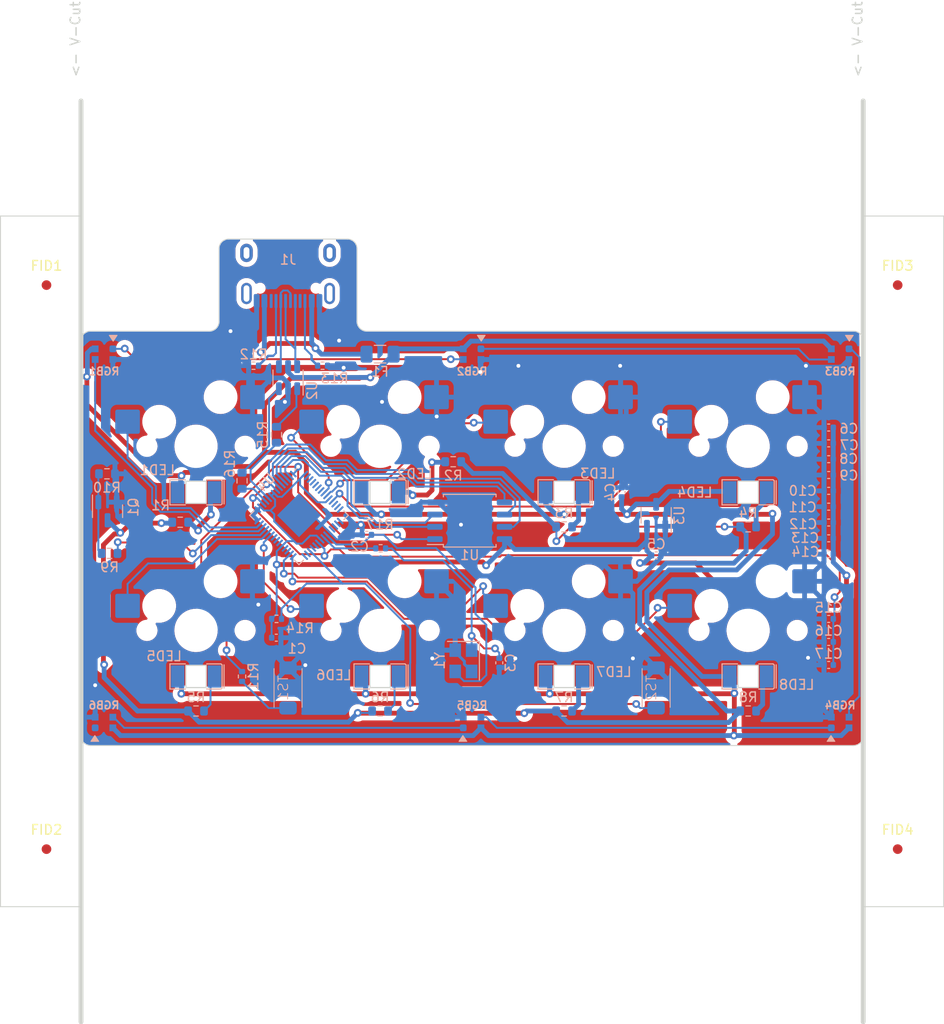
<source format=kicad_pcb>
(kicad_pcb (version 20221018) (generator pcbnew)
  (layers (0 "F.Cu" signal) (31 "B.Cu" signal) (34 "B.Paste" user) (35 "F.Paste" user) (36 "B.SilkS" user "B.Silkscreen") (37 "F.SilkS" user "F.Silkscreen") (38 "B.Mask" user) (39 "F.Mask" user) (44 "Edge.Cuts" user))
  (net 0 "")
  (net 1 "+3V3")
  (net 2 "GND")
  (net 3 "XTAL_IN")
  (net 4 "/XTAL_O")
  (net 5 "+1V1")
  (net 6 "+5V")
  (net 7 "VBUS")
  (net 8 "/CC1")
  (net 9 "D_USB_P")
  (net 10 "D_USB_N")
  (net 12 "/CC2")
  (net 14 "Net-(LED1-K)")
  (net 15 "Net-(LED2-K)")
  (net 16 "Net-(LED3-K)")
  (net 17 "Net-(LED4-K)")
  (net 18 "Net-(LED5-K)")
  (net 19 "Net-(LED6-K)")
  (net 20 "Net-(Q1-G)")
  (net 21 "Net-(Q1-D)")
  (net 22 "/~{USB_BOOT}")
  (net 23 "CS")
  (net 24 "~{RESET}")
  (net 25 "D_P")
  (net 26 "/D_+")
  (net 27 "D_N")
  (net 28 "/D_-")
  (net 29 "XTAL_OUT")
  (net 30 "backlight")
  (net 31 "Net-(RGB1-DOUT)")
  (net 32 "underglow")
  (net 33 "Net-(RGB2-DOUT)")
  (net 34 "Net-(RGB3-DOUT)")
  (net 35 "Net-(RGB4-DOUT)")
  (net 36 "Net-(RGB5-DOUT)")
  (net 37 "key1")
  (net 38 "key2")
  (net 39 "key3")
  (net 40 "key4")
  (net 41 "key5")
  (net 42 "key6")
  (net 43 "key7")
  (net 44 "key8")
  (net 45 "SD3")
  (net 46 "QSPI_CLK")
  (net 47 "SD0")
  (net 48 "SD2")
  (net 49 "SD1")
  (net 50 "Net-(LED7-K)")
  (net 51 "Net-(LED8-K)")
  (footprint "Fiducial:Fiducial_1mm_Mask2mm" (layer "F.Cu") (at 129.778125 98.821875)
    (fp_text reference "FID4")
    (fp_text value "Fiducial")
  )
  (footprint "Fiducial:Fiducial_1mm_Mask2mm" (layer "F.Cu") (at 129.778125 40.48125)
    (fp_text reference "FID3")
    (fp_text value "Fiducial")
  )
  (footprint "Fiducial:Fiducial_1mm_Mask2mm" (layer "F.Cu") (at 41.671875 40.48125)
    (fp_text reference "FID1")
    (fp_text value "Fiducial")
  )
  (footprint "Fiducial:Fiducial_1mm_Mask2mm" (layer "F.Cu") (at 41.671875 98.821875)
    (fp_text reference "FID2")
    (fp_text value "Fiducial")
  )
  (footprint "project:MX-Hotswap-1U" (layer "B.Cu") (at 114.3 76.2 180)
    (fp_text reference "SW8")
    (fp_text value "SW_Push")
  )
  (footprint "project:MX-Hotswap-1U" (layer "B.Cu") (at 57.15 76.2 180)
    (fp_text reference "SW5")
    (fp_text value "SW_Push")
  )
  (footprint "Capacitor_SMD:C_0402_1005Metric" (layer "B.Cu") (at 122.634375 65.037891 180)
    (fp_text reference "C12")
    (fp_text value "100nF")
  )
  (footprint "Resistor_SMD:R_0402_1005Metric" (layer "B.Cu") (at 76.26 67.71 180)
    (fp_text reference "R17")
    (fp_text value "1k")
  )
  (footprint "acheron_Components:LED_WS2812_2020" (layer "B.Cu") (at 85.725 47.625)
    (fp_text reference "RGB2")
    (fp_text value "WS2812B-2020")
  )
  (footprint "LTW-C230DS:LTW-C230DS" (layer "B.Cu") (at 114.3 61.9125 180)
    (fp_text reference "LED4")
    (fp_text value "LTW-C230DS")
    (fp_rect (start -1.05 1.15) (end 1.05 -1.15) (stroke (width 0.12)) (fill none) (layer "Edge.Cuts"))
  )
  (footprint "acheron_Components:LED_WS2812_2020" (layer "B.Cu") (at 85.725 85.725 180)
    (fp_text reference "RGB5")
    (fp_text value "WS2812B-2020")
  )
  (footprint "LTW-C230DS:LTW-C230DS" (layer "B.Cu") (at 76.2 80.9625 180)
    (fp_text reference "LED6")
    (fp_text value "LTW-C230DS")
    (fp_rect (start -1.05 1.15) (end 1.05 -1.15) (stroke (width 0.12)) (fill none) (layer "Edge.Cuts"))
  )
  (footprint "Capacitor_SMD:C_0402_1005Metric" (layer "B.Cu") (at 122.634375 77.390625 180)
    (fp_text reference "C16")
    (fp_text value "100nF")
  )
  (footprint "Resistor_SMD:R_0603_1608Metric" (layer "B.Cu") (at 95.25 84.534375 180)
    (fp_text reference "R7")
    (fp_text value "150")
  )
  (footprint "Capacitor_SMD:C_0402_1005Metric" (layer "B.Cu") (at 101.203125 61.9125 -90)
    (fp_text reference "C4")
    (fp_text value "1uF")
  )
  (footprint "Capacitor_SMD:C_0402_1005Metric" (layer "B.Cu") (at 74.83 66.31)
    (fp_text reference "C2")
    (fp_text value "22pF")
  )
  (footprint "acheron_Components:LED_WS2812_2020" (layer "B.Cu") (at 47.625 47.625)
    (fp_text reference "RGB1")
    (fp_text value "WS2812B-2020")
  )
  (footprint "Capacitor_SMD:C_0402_1005Metric" (layer "B.Cu") (at 88.54 79.55 90)
    (fp_text reference "C3")
    (fp_text value "22pF")
  )
  (footprint "Capacitor_SMD:C_0402_1005Metric" (layer "B.Cu") (at 122.634375 75.009375 180)
    (fp_text reference "C15")
    (fp_text value "1uF")
  )
  (footprint "project:MX-Hotswap-1U" (layer "B.Cu") (at 57.15 57.15 180)
    (fp_text reference "SW1")
    (fp_text value "SW_Push")
  )
  (footprint "Package_DFN_QFN:QFN-56-1EP_7x7mm_P0.4mm_EP3.2x3.2mm" (layer "B.Cu") (at 67.806371 64.29375 -135)
    (fp_text reference "U4")
    (fp_text value "RP2040")
  )
  (footprint "project:MX-Hotswap-1U" (layer "B.Cu") (at 114.3 57.15 180)
    (fp_text reference "SW4")
    (fp_text value "SW_Push")
  )
  (footprint "Package_TO_SOT_SMD:SOT-23-6" (layer "B.Cu") (at 66.675 50.059375 90)
    (fp_text reference "U2")
    (fp_text value "USBLC6-2SC6")
  )
  (footprint "LTW-C230DS:LTW-C230DS" (layer "B.Cu") (at 95.25 61.9125 180)
    (fp_text reference "LED3")
    (fp_text value "LTW-C230DS")
    (fp_rect (start -1.05 1.15) (end 1.05 -1.15) (stroke (width 0.12)) (fill none) (layer "Edge.Cuts"))
  )
  (footprint "acheron_Components:LED_WS2812_2020" (layer "B.Cu") (at 123.825 85.725 180)
    (fp_text reference "RGB4")
    (fp_text value "WS2812B-2020")
  )
  (footprint "project:MX-Hotswap-1U" (layer "B.Cu") (at 76.2 57.15 180)
    (fp_text reference "SW2")
    (fp_text value "SW_Push")
  )
  (footprint "Resistor_SMD:R_0402_1005Metric" (layer "B.Cu") (at 61.9125 80.9625 90)
    (fp_text reference "R11")
    (fp_text value "1k")
  )
  (footprint "Capacitor_SMD:C_0402_1005Metric" (layer "B.Cu") (at 122.634375 79.771875 180)
    (fp_text reference "C17")
    (fp_text value "100nF")
  )
  (footprint "Resistor_SMD:R_0603_1608Metric" (layer "B.Cu") (at 55.51 65.01 180)
    (fp_text reference "R1")
    (fp_text value "150")
  )
  (footprint "LTW-C230DS:LTW-C230DS" (layer "B.Cu") (at 57.15 80.9625 180)
    (fp_text reference "LED5")
    (fp_text value "LTW-C230DS")
    (fp_rect (start -1.05 1.15) (end 1.05 -1.15) (stroke (width 0.12)) (fill none) (layer "Edge.Cuts"))
  )
  (footprint "Package_TO_SOT_SMD:SOT-23" (layer "B.Cu") (at 47.99 63.87 -90)
    (fp_text reference "Q1")
    (fp_text value "SI2302")
  )
  (footprint "Resistor_SMD:R_0402_1005Metric" (layer "B.Cu") (at 70.246875 48.815625)
    (fp_text reference "R13")
    (fp_text value "5k1")
  )
  (footprint "Resistor_SMD:R_0603_1608Metric" (layer "B.Cu") (at 65.484375 55.959375 -90)
    (fp_text reference "R15")
    (fp_text value "27")
  )
  (footprint "LTW-C230DS:LTW-C230DS" (layer "B.Cu") (at 95.25 80.9625 180)
    (fp_text reference "LED7")
    (fp_text value "LTW-C230DS")
    (fp_rect (start -1.05 1.15) (end 1.05 -1.15) (stroke (width 0.12)) (fill none) (layer "Edge.Cuts"))
  )
  (footprint "Resistor_SMD:R_0402_1005Metric" (layer "B.Cu") (at 63.103125 48.815625 180)
    (fp_text reference "R12")
    (fp_text value "5k1")
  )
  (footprint "Capacitor_SMD:C_0402_1005Metric" (layer "B.Cu") (at 122.634375 68.312112 180)
    (fp_text reference "C14")
    (fp_text value "100nF")
  )
  (footprint "project:TS-1088" (layer "B.Cu") (at 104.775 82.153125 -90)
    (fp_text reference "TS2")
    (fp_text value "SW_Push")
  )
  (footprint "Capacitor_SMD:C_0402_1005Metric" (layer "B.Cu") (at 122.634375 55.215237 180)
    (fp_text reference "C6")
    (fp_text value "10uF")
  )
  (footprint "Fuse:Fuse_1206_3216Metric" (layer "B.Cu") (at 76.2 47.625)
    (fp_text reference "F1")
    (fp_text value "500mA")
  )
  (footprint "Capacitor_SMD:C_0402_1005Metric" (layer "B.Cu") (at 65.45875 76.95375)
    (fp_text reference "C1")
    (fp_text value "100nF")
  )
  (footprint "Capacitor_SMD:C_0402_1005Metric" (layer "B.Cu") (at 122.634375 56.852346 180)
    (fp_text reference "C7")
    (fp_text value "1uF")
  )
  (footprint "Resistor_SMD:R_0402_1005Metric" (layer "B.Cu") (at 65.484375 75.009375)
    (fp_text reference "R14")
    (fp_text value "1k")
  )
  (footprint "Resistor_SMD:R_0603_1608Metric" (layer "B.Cu") (at 47.93 60)
    (fp_text reference "R10")
    (fp_text value "10k")
  )
  (footprint "project:MX-Hotswap-1U" (layer "B.Cu") (at 76.2 76.2 180)
    (fp_text reference "SW6")
    (fp_text value "SW_Push")
  )
  (footprint "Resistor_SMD:R_0603_1608Metric" (layer "B.Cu") (at 114.3 84.534375 180)
    (fp_text reference "R8")
    (fp_text value "150")
  )
  (footprint "LTW-C230DS:LTW-C230DS" (layer "B.Cu") (at 114.3 80.9625 180)
    (fp_text reference "LED8")
    (fp_text value "LTW-C230DS")
    (fp_rect (start -1.05 1.15) (end 1.05 -1.15) (stroke (width 0.12)) (fill none) (layer "Edge.Cuts"))
  )
  (footprint "Resistor_SMD:R_0603_1608Metric" (layer "B.Cu") (at 61.9125 60.721875 -90)
    (fp_text reference "R16")
    (fp_text value "27")
  )
  (footprint "Resistor_SMD:R_0603_1608Metric" (layer "B.Cu") (at 95.25 65.484375 180)
    (fp_text reference "R3")
    (fp_text value "150")
  )
  (footprint "project:TS-1088" (layer "B.Cu") (at 66.675 82.153125 -90)
    (fp_text reference "TS1")
    (fp_text value "SW_Push")
  )
  (footprint "LTW-C230DS:LTW-C230DS" (layer "B.Cu") (at 57.15 61.9125 180)
    (fp_text reference "LED1")
    (fp_text value "LTW-C230DS")
    (fp_rect (start -1.05 1.15) (end 1.05 -1.15) (stroke (width 0.12)) (fill none) (layer "Edge.Cuts"))
  )
  (footprint "Capacitor_SMD:C_0402_1005Metric" (layer "B.Cu") (at 122.634375 63.400782 180)
    (fp_text reference "C11")
    (fp_text value "100nF")
  )
  (footprint "Resistor_SMD:R_0603_1608Metric" (layer "B.Cu") (at 48.2 68.23)
    (fp_text reference "R9")
    (fp_text value "33")
  )
  (footprint "Crystal:Crystal_SMD_3225-4Pin_3.2x2.5mm" (layer "B.Cu") (at 84.83 79.34 -90)
    (fp_text reference "Y1")
    (fp_text value "12MHz")
  )
  (footprint "acheron_Components:LED_WS2812_2020" (layer "B.Cu") (at 47.625 85.725 180)
    (fp_text reference "RGB6")
    (fp_text value "WS2812B-2020")
  )
  (footprint "LTW-C230DS:LTW-C230DS" (layer "B.Cu") (at 76.2 61.9125 180)
    (fp_text reference "LED2")
    (fp_text value "LTW-C230DS")
    (fp_rect (start -1.05 1.15) (end 1.05 -1.15) (stroke (width 0.12)) (fill none) (layer "Edge.Cuts"))
  )
  (footprint "Package_TO_SOT_SMD:SOT-23-3" (layer "B.Cu") (at 104.775 64.29375 90)
    (fp_text reference "U3")
    (fp_text value "XC6206PxxxMR")
  )
  (footprint "Capacitor_SMD:C_0402_1005Metric" (layer "B.Cu") (at 122.634375 61.763673 180)
    (fp_text reference "C10")
    (fp_text value "100nF")
  )
  (footprint "Capacitor_SMD:C_0402_1005Metric" (layer "B.Cu") (at 104.79 68.44 180)
    (fp_text reference "C5")
    (fp_text value "1uF")
  )
  (footprint "Capacitor_SMD:C_0402_1005Metric" (layer "B.Cu") (at 122.634375 58.489455 180)
    (fp_text reference "C8")
    (fp_text value "100nF")
  )
  (footprint "project:MX-Hotswap-1U" (layer "B.Cu") (at 95.25 57.15 180)
    (fp_text reference "SW3")
    (fp_text value "SW_Push")
  )
  (footprint "Capacitor_SMD:C_0402_1005Metric" (layer "B.Cu") (at 122.634375 66.675 180)
    (fp_text reference "C13")
    (fp_text value "100nF")
  )
  (footprint "Package_SO:SOIC-8_5.23x5.23mm_P1.27mm" (layer "B.Cu") (at 85.48 64.85)
    (fp_text reference "U1")
    (fp_text value "W25Q128JVS")
  )
  (footprint "acheron_Connectors:USB_C_Receptacle_Hroparts_TYPE-C-31-M-12" (layer "B.Cu") (at 66.675 42.850625)
    (fp_text reference "J1")
    (fp_text value "TYPE-C-31-M-12")
  )
  (footprint "Resistor_SMD:R_0603_1608Metric" (layer "B.Cu") (at 114.3 65.484375 180)
    (fp_text reference "R4")
    (fp_text value "150")
  )
  (footprint "project:MX-Hotswap-1U" (layer "B.Cu") (at 95.25 76.2 180)
    (fp_text reference "SW7")
    (fp_text value "SW_Push")
  )
  (footprint "acheron_Components:LED_WS2812_2020" (layer "B.Cu") (at 123.825 47.625)
    (fp_text reference "RGB3")
    (fp_text value "WS2812B-2020")
  )
  (footprint "Resistor_SMD:R_0603_1608Metric" (layer "B.Cu") (at 83.77 58.75)
    (fp_text reference "R2")
    (fp_text value "150")
  )
  (footprint "Resistor_SMD:R_0603_1608Metric" (layer "B.Cu") (at 57.15 84.534375 180)
    (fp_text reference "R5")
    (fp_text value "150")
  )
  (footprint "Capacitor_SMD:C_0402_1005Metric" (layer "B.Cu") (at 122.634375 60.126564 180)
    (fp_text reference "C9")
    (fp_text value "100nF")
  )
  (footprint "Resistor_SMD:R_0603_1608Metric" (layer "B.Cu") (at 76.2 84.534375 180)
    (fp_text reference "R6")
    (fp_text value "150")
  )
  (gr_line (start 46.24375 45.24375) (end 58.53125 45.24375) (stroke (width 0.1)) (layer "Edge.Cuts"))
  (gr_line (start 134.540625 104.775) (end 134.540625 33.3375) (stroke (width 0.1)) (layer "Edge.Cuts"))
  (gr_line (start 59.53125 44.24375) (end 59.53125 36.71875) (stroke (width 0.1)) (layer "Edge.Cuts"))
  (gr_arc (start 74.81875 45.24375) (mid 74.111643 44.950857) (end 73.81875 44.24375) (stroke (width 0.1)) (layer "Edge.Cuts"))
  (gr_line (start 36.909375 104.775) (end 36.909375 33.3375) (stroke (width 0.1)) (layer "Edge.Cuts"))
  (gr_arc (start 72.81875 35.71875) (mid 73.525857 36.011643) (end 73.81875 36.71875) (stroke (width 0.1)) (layer "Edge.Cuts"))
  (gr_arc (start 45.24375 46.24375) (mid 45.536643 45.536643) (end 46.24375 45.24375) (stroke (width 0.1)) (layer "Edge.Cuts"))
  (gr_line (start 126.20625 104.775) (end 134.540625 104.775) (stroke (width 0.1)) (layer "Edge.Cuts"))
  (gr_line (start 126.20625 87.10625) (end 126.20625 104.775) (stroke (width 0.1)) (layer "Edge.Cuts"))
  (gr_arc (start 46.24375 88.10625) (mid 45.536643 87.813357) (end 45.24375 87.10625) (stroke (width 0.1)) (layer "Edge.Cuts"))
  (gr_line (start 45.24375 104.775) (end 36.909375 104.775) (stroke (width 0.1)) (layer "Edge.Cuts"))
  (gr_line (start 125.20625 88.10625) (end 46.24375 88.10625) (stroke (width 0.1)) (layer "Edge.Cuts"))
  (gr_line (start 126.20625 116.68125) (end 126.20625 21.43125) (stroke (width 0.5)) (layer "Edge.Cuts"))
  (gr_line (start 36.909375 33.3375) (end 45.24375 33.3375) (stroke (width 0.1)) (layer "Edge.Cuts"))
  (gr_line (start 60.53125 35.71875) (end 72.81875 35.71875) (stroke (width 0.1)) (layer "Edge.Cuts"))
  (gr_arc (start 125.20625 45.24375) (mid 125.913357 45.536643) (end 126.20625 46.24375) (stroke (width 0.1)) (layer "Edge.Cuts"))
  (gr_arc (start 59.53125 36.71875) (mid 59.824143 36.011643) (end 60.53125 35.71875) (stroke (width 0.1)) (layer "Edge.Cuts"))
  (gr_line (start 45.24375 21.43125) (end 45.24375 116.68125) (stroke (width 0.5)) (layer "Edge.Cuts"))
  (gr_line (start 45.24375 87.10625) (end 45.24375 104.775) (stroke (width 0.1)) (layer "Edge.Cuts"))
  (gr_arc (start 59.53125 44.24375) (mid 59.238357 44.950857) (end 58.53125 45.24375) (stroke (width 0.1)) (layer "Edge.Cuts"))
  (gr_line (start 126.20625 33.3375) (end 126.20625 46.24375) (stroke (width 0.1)) (layer "Edge.Cuts"))
  (gr_line (start 73.81875 36.71875) (end 73.81875 44.24375) (stroke (width 0.1)) (layer "Edge.Cuts"))
  (gr_line (start 134.540625 33.3375) (end 126.20625 33.3375) (stroke (width 0.1)) (layer "Edge.Cuts"))
  (gr_arc (start 126.20625 87.10625) (mid 125.913357 87.813357) (end 125.20625 88.10625) (stroke (width 0.1)) (layer "Edge.Cuts"))
  (gr_line (start 45.24375 46.24375) (end 45.24375 33.3375) (stroke (width 0.1)) (layer "Edge.Cuts"))
  (gr_line (start 74.81875 45.24375) (end 125.20625 45.24375) (stroke (width 0.1)) (layer "Edge.Cuts"))
  (gr_text "<- V-Cut" (at 126.20625 19.05 90) (layer "Edge.Cuts") (effects (font (size 1 1)) (justify left bottom)))
  (gr_text "<- V-Cut" (at 45.24375 19.05 90) (layer "Edge.Cuts") (effects (font (size 1 1)) (justify left bottom)))
  (segment (start 124.4795 70.51375) (end 124.4795 72.722582) (width 0.5) (layer "F.Cu") (net 1))
  (segment (start 113.268427 73.61) (end 108.882177 69.22375) (width 0.5) (layer "F.Cu") (net 1))
  (segment (start 124.4795 72.722582) (end 123.592082 73.61) (width 0.5) (layer "F.Cu") (net 1))
  (segment (start 76.44875 69.38375) (end 65.49875 69.38375) (width 0.5) (layer "F.Cu") (net 1))
  (segment (start 108.882177 69.22375) (end 103.09875 69.22375) (width 0.5) (layer "F.Cu") (net 1))
  (segment (start 123.592082 73.61) (end 113.268427 73.61) (width 0.5) (layer "F.Cu") (net 1))
  (segment (start 76.7125 69.12) (end 76.44875 69.38375) (width 0.5) (layer "F.Cu") (net 1))
  (segment (start 86.825 69.12) (end 76.7125 69.12) (width 0.5) (layer "F.Cu") (net 1))
  (segment (start 87.17875 69.47375) (end 86.825 69.12) (width 0.5) (layer "F.Cu") (net 1))
  (via (at 124.4795 70.51375) (size 0.8) (drill 0.4) (layers "F.Cu" "B.Cu") (net 1))
  (via (at 103.09875 69.22375) (size 0.8) (drill 0.4) (layers "F.Cu" "B.Cu") (net 1))
  (via (at 65.49875 69.38375) (size 0.8) (drill 0.4) (layers "F.Cu" "B.Cu") (net 1))
  (via (at 87.17875 69.47375) (size 0.8) (drill 0.4) (layers "F.Cu" "B.Cu") (net 1))
  (segment (start 63.820057 63.418705) (end 63.537214 63.701548) (width 0.2) (layer "B.Cu") (net 1))
  (segment (start 66.042158 62.381008) (end 68.398573 60.024593) (width 0.2) (layer "B.Cu") (net 1))
  (segment (start 65.49875 74.485) (end 64.974375 75.009375) (width 0.2) (layer "B.Cu") (net 1))
  (segment (start 103.825 66.95375) (end 103.825 67.955) (width 0.5) (layer "B.Cu") (net 1))
  (segment (start 67.92 60.503166) (end 68.398573 60.024593) (width 0.2) (layer "B.Cu") (net 1))
  (segment (start 70.095629 66.865851) (end 69.623528 66.39375) (width 0.2) (layer "B.Cu") (net 1))
  (segment (start 66.550584 66.96375) (end 66.082798 67.431536) (width 0.2) (layer "B.Cu") (net 1))
  (segment (start 123.114375 58.489455) (end 123.114375 60.126564) (width 0.5) (layer "B.Cu") (net 1))
  (segment (start 123.114375 56.852346) (end 123.114375 58.489455) (width 0.5) (layer "B.Cu") (net 1))
  (segment (start 123.114375 66.675) (end 123.114375 68.312112) (width 0.5) (layer "B.Cu") (net 1))
  (segment (start 103.825 67.955) (end 104.31 68.44) (width 0.5) (layer "B.Cu") (net 1))
  (segment (start 65.243629 64.909899) (end 65.243629 64.174073) (width 0.2) (layer "B.Cu") (net 1))
  (segment (start 123.114375 55.215237) (end 123.114375 56.852346) (width 0.5) (layer "B.Cu") (net 1))
  (segment (start 123.114375 60.126564) (end 123.114375 61.763673) (width 0.5) (layer "B.Cu") (net 1))
  (segment (start 123.114375 69.148625) (end 124.4795 70.51375) (width 0.5) (layer "B.Cu") (net 1))
  (segment (start 65.243629 64.174073) (end 64.864778 63.795222) (width 0.2) (layer "B.Cu") (net 1))
  (segment (start 65.49875 68.015584) (end 65.49875 69.38375) (width 0.2) (layer "B.Cu") (net 1))
  (segment (start 68.96875 66.39375) (end 68.13875 67.22375) (width 0.2) (layer "B.Cu") (net 1))
  (segment (start 70.944157 62.570177) (end 70.56764 62.946694) (width 0.2) (layer "B.Cu") (net 1))
  (segment (start 65.327944 62.663852) (end 65.327944 63.332056) (width 0.2) (layer "B.Cu") (net 1))
  (segment (start 69.623528 66.39375) (end 68.96875 66.39375) (width 0.2) (layer "B.Cu") (net 1))
  (segment (start 63.010698 64.359436) (end 63.431149 64.779887) (width 0.5) (layer "B.Cu") (net 1))
  (segment (start 103.52625 69.22375) (end 104.31 68.44) (width 0.5) (layer "B.Cu") (net 1))
  (segment (start 63.010698 64.228064) (end 63.010698 64.359436) (width 0.5) (layer "B.Cu") (net 1))
  (segment (start 65.23427 62.004492) (end 65.610788 62.381008) (width 0.2) (layer "B.Cu") (net 1))
  (segment (start 64.196574 63.795222) (end 63.820057 63.418705) (width 0.2) (layer "B.Cu") (net 1))
  (segment (start 64.974375 76.949375) (end 64.97875 76.95375) (width 0.2) (layer "B.Cu") (net 1))
  (segment (start 89.08 67.5725) (end 87.17875 69.47375) (width 0.5) (layer "B.Cu") (net 1))
  (segment (start 123.114375 61.763673) (end 123.114375 63.400782) (width 0.5) (layer "B.Cu") (net 1))
  (segment (start 67.92 61.16) (end 67.92 60.503166) (width 0.2) (layer "B.Cu") (net 1))
  (segment (start 89.08 66.755) (end 89.08 67.5725) (width 0.5) (layer "B.Cu") (net 1))
  (segment (start 103.09875 69.22375) (end 103.52625 69.22375) (width 0.5) (layer "B.Cu") (net 1))
  (segment (start 90.145 67.82) (end 102.95875 67.82) (width 0.5) (layer "B.Cu") (net 1))
  (segment (start 64.864778 63.795222) (end 64.196574 63.795222) (width 0.2) (layer "B.Cu") (net 1))
  (segment (start 67.29748 66.96375) (end 66.550584 66.96375) (width 0.2) (layer "B.Cu") (net 1))
  (segment (start 67.39875 67.06502) (end 67.29748 66.96375) (width 0.2) (layer "B.Cu") (net 1))
  (segment (start 67.55748 67.22375) (end 67.39875 67.06502) (width 0.2) (layer "B.Cu") (net 1))
  (segment (start 123.114375 65.037891) (end 123.114375 66.675) (width 0.5) (layer "B.Cu") (net 1))
  (segment (start 66.082798 67.431536) (end 65.49875 68.015584) (width 0.2) (layer "B.Cu") (net 1))
  (segment (start 102.95875 67.82) (end 103.825 66.95375) (width 0.5) (layer "B.Cu") (net 1))
  (segment (start 67.39875 67.06502) (end 65.243629 64.909899) (width 0.2) (layer "B.Cu") (net 1))
  (segment (start 103.825 65.43125) (end 103.825 66.95375) (width 0.5) (layer "B.Cu") (net 1))
  (segment (start 64.951427 62.287335) (end 65.327944 62.663852) (width 0.2) (layer "B.Cu") (net 1))
  (segment (start 68.13875 67.22375) (end 67.55748 67.22375) (width 0.2) (layer "B.Cu") (net 1))
  (segment (start 70.56764 62.946694) (end 69.706694 62.946694) (width 0.2) (layer "B.Cu") (net 1))
  (segment (start 123.114375 68.312112) (end 123.114375 69.148625) (width 0.5) (layer "B.Cu") (net 1))
  (segment (start 65.49875 69.38375) (end 65.49875 74.485) (width 0.2) (layer "B.Cu") (net 1))
  (segment (start 123.114375 63.400782) (end 123.114375 65.037891) (width 0.5) (layer "B.Cu") (net 1))
  (segment (start 64.974375 75.009375) (end 64.974375 76.949375) (width 0.2) (layer "B.Cu") (net 1))
  (segment (start 65.23427 62.004492) (end 64.951427 62.287335) (width 0.2) (layer "B.Cu") (net 1))
  (segment (start 69.706694 62.946694) (end 67.92 61.16) (width 0.2) (layer "B.Cu") (net 1))
  (segment (start 65.610788 62.381008) (end 66.042158 62.381008) (width 0.2) (layer "B.Cu") (net 1))
  (segment (start 63.537214 63.701548) (end 63.010698 64.228064) (width 0.5) (layer "B.Cu") (net 1))
  (segment (start 65.327944 63.332056) (end 64.864778 63.795222) (width 0.2) (layer "B.Cu") (net 1))
  (segment (start 89.08 66.755) (end 90.145 67.82) (width 0.5) (layer "B.Cu") (net 1))
  (segment (start 120.4361 79.0939) (end 120.5 79.03) (width 0.5) (layer "F.Cu") (net 2))
  (segment (start 76.401573 50.043241) (end 75.388332 49.03) (width 0.5) (layer "F.Cu") (net 2))
  (segment (start 83.32 46.22) (end 86.57 49.47) (width 0.5) (layer "F.Cu") (net 2))
  (segment (start 84.57 65.27) (end 84.576764 65.263236) (width 0.2) (layer "F.Cu") (net 2))
  (segment (start 85.28 54.07) (end 90.52 48.83) (width 0.5) (layer "F.Cu") (net 2))
  (segment (start 66.35 52.56) (end 76.401573 52.56) (width 0.5) (layer "F.Cu") (net 2))
  (segment (start 101.05 48.83) (end 120.28 48.83) (width 0.5) (layer "F.Cu") (net 2))
  (segment (start 59.957918 79.0995) (end 67.7723 79.0995) (width 0.5) (layer "F.Cu") (net 2))
  (segment (start 75.388332 49.03) (end 72.43 49.03) (width 0.5) (layer "F.Cu") (net 2))
  (segment (start 69.1639 79.0939) (end 81.6 79.0939) (width 0.5) (layer "F.Cu") (net 2))
  (segment (start 59.907168 79.04875) (end 59.957918 79.0995) (width 0.5) (layer "F.Cu") (net 2))
  (segment (start 77.911573 54.07) (end 82.06 54.07) (width 0.5) (layer "F.Cu") (net 2))
  (segment (start 63.6 74.9272) (end 63.6 73.53) (width 0.5) (layer "F.Cu") (net 2))
  (segment (start 82.06 54.07) (end 85.28 54.07) (width 0.5) (layer "F.Cu") (net 2))
  (segment (start 49.53125 79.04875) (end 59.907168 79.04875) (width 0.5) (layer "F.Cu") (net 2))
  (segment (start 90.2 79.0939) (end 102.37 79.0939) (width 0.5) (layer "F.Cu") (net 2))
  (segment (start 67.7723 79.0995) (end 68.4653 79.7925) (width 0.5) (layer "F.Cu") (net 2))
  (segment (start 90.52 48.83) (end 101.05 48.83) (width 0.5) (layer "F.Cu") (net 2))
  (segment (start 74.21 65.27) (end 84.57 65.27) (width 0.2) (layer "F.Cu") (net 2))
  (segment (start 68.4653 79.7925) (end 63.6 74.9272) (width 0.5) (layer "F.Cu") (net 2))
  (segment (start 102.37 79.0939) (end 120.4361 79.0939) (width 0.5) (layer "F.Cu") (net 2))
  (segment (start 81.6 79.0939) (end 90.2 79.0939) (width 0.5) (layer "F.Cu") (net 2))
  (segment (start 71.96 46.22) (end 83.32 46.22) (width 0.5) (layer "F.Cu") (net 2))
  (segment (start 46.71 81.87) (end 49.53125 79.04875) (width 0.5) (layer "F.Cu") (net 2))
  (segment (start 68.4653 79.7925) (end 69.1639 79.0939) (width 0.5) (layer "F.Cu") (net 2))
  (segment (start 76.401573 52.56) (end 76.401573 50.043241) (width 0.5) (layer "F.Cu") (net 2))
  (segment (start 76.401573 52.56) (end 77.911573 54.07) (width 0.5) (layer "F.Cu") (net 2))
  (via (at 76.401573 52.56) (size 0.8) (drill 0.4) (layers "F.Cu" "B.Cu") (net 2))
  (via (at 82.06 54.07) (size 0.8) (drill 0.4) (layers "F.Cu" "B.Cu") (net 2))
  (via (at 74.21 65.27) (size 0.8) (drill 0.4) (layers "F.Cu" "B.Cu") (net 2))
  (via (at 72.43 49.03) (size 0.8) (drill 0.4) (layers "F.Cu" "B.Cu") (net 2))
  (via (at 84.576764 65.263236) (size 0.8) (drill 0.4) (layers "F.Cu" "B.Cu") (net 2))
  (via (at 101.05 48.83) (size 0.8) (drill 0.4) (layers "F.Cu" "B.Cu") (net 2))
  (via (at 102.37 79.0939) (size 0.8) (drill 0.4) (layers "F.Cu" "B.Cu") (net 2))
  (via (at 60.721875 45.24375) (size 0.8) (drill 0.4) (layers "F.Cu" "B.Cu") (net 2))
  (via (at 86.57 49.47) (size 0.8) (drill 0.4) (layers "F.Cu" "B.Cu") (net 2))
  (via (at 63.6 73.53) (size 0.8) (drill 0.4) (layers "F.Cu" "B.Cu") (net 2))
  (via (at 90.52 48.83) (size 0.8) (drill 0.4) (layers "F.Cu" "B.Cu") (net 2))
  (via (at 66.35 52.56) (size 0.8) (drill 0.4) (layers "F.Cu" "B.Cu") (net 2))
  (via (at 71.96 46.22) (size 0.8) (drill 0.4) (layers "F.Cu" "B.Cu") (net 2))
  (via (at 81.6 79.0939) (size 0.8) (drill 0.4) (layers "F.Cu" "B.Cu") (net 2))
  (via (at 90.2 79.0939) (size 0.8) (drill 0.4) (layers "F.Cu" "B.Cu") (net 2))
  (via (at 120.5 79.03) (size 0.8) (drill 0.4) (layers "F.Cu" "B.Cu") (net 2))
  (via (at 120.28 48.83) (size 0.8) (drill 0.4) (layers "F.Cu" "B.Cu") (net 2))
  (via (at 46.71 81.87) (size 0.8) (drill 0.4) (layers "F.Cu" "B.Cu") (net 2))
  (via (at 68.4653 79.7925) (size 0.8) (drill 0.4) (layers "F.Cu" "B.Cu") (net 2))
  (segment (start 51.196875 65.189375) (end 48.94 62.9325) (width 0.5) (layer "B.Cu") (net 2))
  (segment (start 122.154375 61.763673) (end 122.154375 63.400782) (width 0.5) (layer "B.Cu") (net 2))
  (segment (start 83.98 73.058) (end 83.98 78.24) (width 0.5) (layer "B.Cu") (net 2))
  (segment (start 101.6809 60.954725) (end 101.6809 52.6589) (width 0.5) (layer "B.Cu") (net 2))
  (segment (start 94.03 70.57) (end 95.59 69.01) (width 0.5) (layer "B.Cu") (net 2))
  (segment (start 82.258528 62.945) (end 84.576764 65.263236) (width 0.5) (layer "B.Cu") (net 2))
  (segment (start 101.6809 52.6589) (end 101.092 52.07) (width 0.5) (layer "B.Cu") (net 2))
  (segment (start 74.35 66.31) (end 73.49 66.31) (width 0.2) (layer "B.Cu") (net 2))
  (segment (start 105.27 68.624386) (end 105.27 68.44) (width 0.5) (layer "B.Cu") (net 2))
  (segment (start 48.94 60.185) (end 48.755 60) (width 0.5) (layer "B.Cu") (net 2))
  (segment (start 101.092 71.12) (end 102.774386 71.12) (width 0.5) (layer "B.Cu") (net 2))
  (segment (start 122.154375 69.107625) (end 120.142 71.12) (width 0.5) (layer "B.Cu") (net 2))
  (segment (start 122.91 85.175) (end 122.154375 84.419375) (width 0.5) (layer "B.Cu") (net 2))
  (segment (start 81.88 62.945) (end 82.258528 62.945) (width 0.5) (layer "B.Cu") (net 2))
  (segment (start 62.593125 51.671125) (end 62.593125 48.815625) (width 0.5) (layer "B.Cu") (net 2))
  (segment (start 66.123528 50.084375) (end 66.675 50.635847) (width 0.5) (layer "B.Cu") (net 2))
  (segment (start 122.154375 84.419375) (end 122.154375 79.771875) (width 0.5) (layer "B.Cu") (net 2))
  (segment (start 105.725 67.985) (end 105.27 68.44) (width 0.5) (layer "B.Cu") (net 2))
  (segment (start 46.71 72.2725) (end 51.196875 67.785625) (width 0.5) (layer "B.Cu") (net 2))
  (segment (start 122.154375 60.126564) (end 122.154375 58.489455) (width 0.5) (layer "B.Cu") (net 2))
  (segment (start 62.992 52.07) (end 62.593125 51.671125) (width 0.5) (layer "B.Cu") (net 2))
  (segment (start 121.4125 79.03) (end 122.154375 79.771875) (width 0.5) (layer "B.Cu") (net 2))
  (segment (start 101.092 48.872) (end 101.05 48.83) (width 0.5) (layer "B.Cu") (net 2))
  (segment (start 73.49 66.31) (end 73.02 66.78) (width 0.2) (layer "B.Cu") (net 2))
  (segment (start 84.81 85.175) (end 81.6 81.965) (width 0.5) (layer "B.Cu") (net 2))
  (segment (start 86.57 49.47) (end 86.57 48.245) (width 0.5) (layer "B.Cu") (net 2))
  (segment (start 65.93875 76.95375) (end 65.93875 79.341875) (width 0.5) (layer "B.Cu") (net 2))
  (segment (start 122.154375 54.082375) (end 120.142 52.07) (width 0.5) (layer "B.Cu") (net 2))
  (segment (start 63.425 44.921875) (end 63.103125 45.24375) (width 0.5) (layer "B.Cu") (net 2))
  (segment (start 83.98 78.44) (end 83.98 78.24) (width 0.3) (layer "B.Cu") (net 2))
  (segment (start 85.41 69.28) (end 86.7 70.57) (width 0.5) (layer "B.Cu") (net 2))
  (segment (start 101.203125 61.4325) (end 101.6809 60.954725) (width 0.5) (layer "B.Cu") (net 2))
  (segment (start 51.196875 67.785625) (end 51.196875 65.189375) (width 0.5) (layer "B.Cu") (net 2))
  (segment (start 61.9525 48.175) (end 62.593125 48.815625) (width 0.5) (layer "B.Cu") (net 2))
  (segment (start 120.28 48.83) (end 120.28 51.932) (width 0.5) (layer "B.Cu") (net 2))
  (segment (start 102.774386 71.12) (end 105.27 68.624386) (width 0.5) (layer "B.Cu") (net 2))
  (segment (start 122.154375 63.400782) (end 122.154375 65.037891) (width 0.5) (layer "B.Cu") (net 2))
  (segment (start 48.94 62.9325) (end 48.94 60.185) (width 0.5) (layer "B.Cu") (net 2))
  (segment (start 61.9525 48.135418) (end 61.9525 48.175) (width 0.5) (layer "B.Cu") (net 2))
  (segment (start 122.154375 55.215237) (end 122.154375 56.852346) (width 0.5) (layer "B.Cu") (net 2))
  (segment (start 89.865 48.175) (end 90.52 48.83) (width 0.5) (layer "B.Cu") (net 2))
  (segment (start 62.992 52.07) (end 64.977625 50.084375) (width 0.5) (layer "B.Cu") (net 2))
  (segment (start 122.154375 66.675) (end 122.154375 65.037891) (width 0.5) (layer "B.Cu") (net 2))
  (segment (start 66.675 80.078125) (end 68.179675 80.078125) (width 0.5) (layer "B.Cu") (net 2))
  (segment (start 63.425 46.662918) (end 61.9525 48.135418) (width 0.5) (layer "B.Cu") (net 2))
  (segment (start 46.71 85.175) (end 46.71 81.87) (width 0.5) (layer "B.Cu") (net 2))
  (segment (start 85.41 66.096472) (end 85.41 69.28) (width 0.5) (layer "B.Cu") (net 2))
  (segment (start 122.154375 68.312112) (end 122.154375 69.107625) (width 0.5) (layer "B.Cu") (net 2))
  (segment (start 72.43 49.03) (end 70.97125 49.03) (width 0.5) (layer "B.Cu") (net 2))
  (segment (start 122.154375 68.312112) (end 122.154375 66.675) (width 0.5) (layer "B.Cu") (net 2))
  (segment (start 68.179675 80.078125) (end 68.4653 79.7925) (width 0.5) (layer "B.Cu") (net 2))
  (segment (start 85.68 80.44) (end 84.93 79.69) (width 0.3) (layer "B.Cu") (net 2))
  (segment (start 66.675 51.196875) (end 66.675 52.235) (width 0.5) (layer "B.Cu") (net 2))
  (segment (start 98.982 69.01) (end 101.092 71.12) (width 0.5) (layer "B.Cu") (net 2))
  (segment (start 82.042 71.12) (end 83.98 73.058) (width 0.5) (layer "B.Cu") (net 2))
  (segment (start 122.154375 61.763673) (end 122.154375 60.126564) (width 0.5) (layer "B.Cu") (net 2))
  (segment (start 69.220586 64.29375) (end 67.806371 64.29375) (width 0.2) (layer "B.Cu") (net 2))
  (segment (start 70.803286 46.22) (end 71.96 46.22) (width 0.5) (layer "B.Cu") (net 2))
  (segment (start 82.042 54.052) (end 82.06 54.07) (width 0.5) (layer "B.Cu") (net 2))
  (segment (start 122.154375 73.132375) (end 120.142 71.12) (width 0.5) (layer "B.Cu") (net 2))
  (segment (start 86.7 70.57) (end 94.03 70.57) (width 0.5) (layer "B.Cu") (net 2))
  (segment (start 102.37 72.398) (end 102.37 79.0939) (width 0.5) (layer "B.Cu") (net 2))
  (segment (start 83.98 78.24) (end 82.4539 78.24) (width 0.5) (layer "B.Cu") (net 2))
  (segment (start 103.354225 80.078125) (end 102.37 79.0939) (width 0.5) (layer "B.Cu") (net 2))
  (segment (start 104.775 80.078125) (end 103.354225 80.078125) (width 0.5) (layer "B.Cu") (net 2))
  (segment (start 120.425 48.975) (end 120.28 48.83) (width 0.5) (layer "B.Cu") (net 2))
  (segment (start 63.425 42.125625) (end 63.425 44.921875) (width 0.5) (layer "B.Cu") (net 2))
  (segment (start 122.154375 77.390625) (end 122.154375 75.009375) (width 0.5) (layer "B.Cu") (net 2))
  (segment (start 81.6 81.965) (end 81.6 79.0939) (width 0.5) (layer "B.Cu") (net 2))
  (segment (start 48.54 48.175) (end 61.9525 48.175) (width 0.5) (layer "B.Cu") (net 2))
  (segment (start 62.992 72.922) (end 63.6 73.53) (width 0.5) (layer "B.Cu") (net 2))
  (segment (start 46.71 81.87) (end 46.71 72.2725) (width 0.5) (layer "B.Cu") (net 2))
  (segment (start 122.154375 75.009375) (end 122.154375 73.132375) (width 0.5) (layer "B.Cu") (net 2))
  (segment (start 71.706834 66.78) (end 70.944157 66.017323) (width 0.2) (layer "B.Cu") (net 2))
  (segment (start 69.925 42.125625) (end 69.925 45.341714) (width 0.5) (layer "B.Cu") (net 2))
  (segment (start 101.092 52.07) (end 101.092 48.872) (width 0.5) (layer "B.Cu") (net 2))
  (segment (start 63.103125 45.24375) (end 60.721875 45.24375) (width 0.5) (layer "B.Cu") (net 2))
  (segment (start 105.725 65.43125) (end 105.725 67.985) (width 0.5) (layer "B.Cu") (net 2))
  (segment (start 65.93875 79.341875) (end 66.675 80.078125) (width 0.5) (layer "B.Cu") (net 2))
  (segment (start 70.97125 49.03) (end 70.756875 48.815625) (width 0.5) (layer "B.Cu") (net 2))
  (segment (start 120.28 51.932) (end 120.142 52.07) (width 0.5) (layer "B.Cu") (net 2))
  (segment (start 101.092 71.12) (end 102.37 72.398) (width 0.5) (layer "B.Cu") (net 2))
  (segment (start 74.35 66.31) (end 74.35 65.41) (width 0.2) (layer "B.Cu") (net 2))
  (segment (start 123.94 48.975) (end 120.425 48.975) (width 0.5) (layer "B.Cu") (net 2))
  (segment (start 84.576764 65.263236) (end 85.41 66.096472) (width 0.5) (layer "B.Cu") (net 2))
  (segment (start 95.59 69.01) (end 98.982 69.01) (width 0.5) (layer "B.Cu") (net 2))
  (segment (start 124.74 48.175) (end 123.94 48.975) (width 0.5) (layer "B.Cu") (net 2))
  (segment (start 122.154375 55.215237) (end 122.154375 54.082375) (width 0.5) (layer "B.Cu") (net 2))
  (segment (start 66.675 52.235) (end 66.35 52.56) (width 0.5) (layer "B.Cu") (net 2))
  (segment (start 66.675 50.635847) (end 66.675 51.196875) (width 0.5) (layer "B.Cu") (net 2))
  (segment (start 122.154375 79.771875) (end 122.154375 77.390625) (width 0.5) (layer "B.Cu") (net 2))
  (segment (start 82.4539 78.24) (end 81.6 79.0939) (width 0.5) (layer "B.Cu") (net 2))
  (segment (start 120.5 79.03) (end 121.4125 79.03) (width 0.5) (layer "B.Cu") (net 2))
  (segment (start 82.042 52.07) (end 82.042 54.052) (width 0.5) (layer "B.Cu") (net 2))
  (segment (start 122.154375 58.489455) (end 122.154375 56.852346) (width 0.5) (layer "B.Cu") (net 2))
  (segment (start 73.02 66.78) (end 71.706834 66.78) (width 0.2) (layer "B.Cu") (net 2))
  (segment (start 70.944157 66.017323) (end 69.220586 64.29375) (width 0.2) (layer "B.Cu") (net 2))
  (segment (start 62.992 71.12) (end 62.992 72.922) (width 0.5) (layer "B.Cu") (net 2))
  (segment (start 84.93 79.69) (end 84.93 79.39) (width 0.3) (layer "B.Cu") (net 2))
  (segment (start 84.93 79.39) (end 83.98 78.44) (width 0.3) (layer "B.Cu") (net 2))
  (segment (start 86.64 48.175) (end 89.865 48.175) (width 0.5) (layer "B.Cu") (net 2))
  (segment (start 88.54 80.03) (end 89.2639 80.03) (width 0.5) (layer "B.Cu") (net 2))
  (segment (start 74.35 65.41) (end 74.21 65.27) (width 0.2) (layer "B.Cu") (net 2))
  (segment (start 89.2639 80.03) (end 90.2 79.0939) (width 0.5) (layer "B.Cu") (net 2))
  (segment (start 69.925 45.341714) (end 70.803286 46.22) (width 0.5) (layer "B.Cu") (net 2))
  (segment (start 64.977625 50.084375) (end 66.123528 50.084375) (width 0.5) (layer "B.Cu") (net 2))
  (segment (start 86.57 48.245) (end 86.64 48.175) (width 0.5) (layer "B.Cu") (net 2))
  (segment (start 77.955686 67.68) (end 76.585686 66.31) (width 0.2) (layer "B.Cu") (net 3))
  (segment (start 71.67115 67.31) (end 70.661315 66.300165) (width 0.2) (layer "B.Cu") (net 3))
  (segment (start 86.08 74.51) (end 86.08 71.760207) (width 0.2) (layer "B.Cu") (net 3))
  (segment (start 86.08 71.760207) (end 81.999793 67.68) (width 0.2) (layer "B.Cu") (net 3))
  (segment (start 75.31 66.31) (end 74.31 67.31) (width 0.2) (layer "B.Cu") (net 3))
  (segment (start 74.31 67.31) (end 71.67115 67.31) (width 0.2) (layer "B.Cu") (net 3))
  (segment (start 83.98 80.54) (end 84.88 81.44) (width 0.2) (layer "B.Cu") (net 3))
  (segment (start 81.999793 67.68) (end 77.955686 67.68) (width 0.2) (layer "B.Cu") (net 3))
  (segment (start 84.88 81.44) (end 86.58 81.44) (width 0.2) (layer "B.Cu") (net 3))
  (segment (start 86.58 81.44) (end 87.2 80.82) (width 0.2) (layer "B.Cu") (net 3))
  (segment (start 76.585686 66.31) (end 75.31 66.31) (width 0.2) (layer "B.Cu") (net 3))
  (segment (start 83.98 80.44) (end 83.98 80.54) (width 0.2) (layer "B.Cu") (net 3))
  (segment (start 87.2 80.82) (end 87.2 75.63) (width 0.2) (layer "B.Cu") (net 3))
  (segment (start 87.2 75.63) (end 86.08 74.51) (width 0.2) (layer "B.Cu") (net 3))
  (segment (start 88.1 78.07) (end 86.99 78.07) (width 0.2) (layer "F.Cu") (net 4))
  (segment (start 86.99 78.07) (end 85.68 76.76) (width 0.2) (layer "F.Cu") (net 4))
  (via (at 85.68 76.76) (size 0.8) (drill 0.4) (layers "F.Cu" "B.Cu") (net 4))
  (via (at 88.1 78.07) (size 0.8) (drill 0.4) (layers "F.Cu" "B.Cu") (net 4))
  (segment (start 77.42 67.71) (end 78.66 68.95) (width 0.2) (layer "B.Cu") (net 4))
  (segment (start 76.77 67.71) (end 77.42 67.71) (width 0.2) (layer "B.Cu") (net 4))
  (segment (start 85.68 71.925893) (end 85.68 76.76) (width 0.2) (layer "B.Cu") (net 4))
  (segment (start 88.54 79.07) (end 88.54 78.51) (width 0.2) (layer "B.Cu") (net 4))
  (segment (start 85.68 76.76) (end 85.68 78.24) (width 0.2) (layer "B.Cu") (net 4))
  (segment (start 78.66 68.95) (end 82.704107 68.95) (width 0.2) (layer "B.Cu") (net 4))
  (segment (start 88.54 78.51) (end 88.1 78.07) (width 0.2) (layer "B.Cu") (net 4))
  (segment (start 82.704107 68.95) (end 85.68 71.925893) (width 0.2) (layer "B.Cu") (net 4))
  (segment (start 72.74995 68.57) (end 71.99995 67.82) (width 0.2) (layer "F.Cu") (net 5))
  (segment (start 88.63005 68.57) (end 72.74995 68.57) (width 0.2) (layer "F.Cu") (net 5))
  (segment (start 64.4606 61.088694) (end 64.4606 61.0894) (width 0.2) (layer "F.Cu") (net 5))
  (segment (start 123.78 69.76005) (end 122.43995 68.42) (width 0.2) (layer "F.Cu") (net 5))
  (segment (start 70.44814 68.49186) (end 70.26628 68.31) (width 0.2) (layer "F.Cu") (net 5))
  (segment (start 63.046739 63.456739) (end 63.046739 62.503261) (width 0.2) (layer "F.Cu") (net 5))
  (segment (start 67.9 68.31) (end 63.046739 63.456739) (width 0.2) (layer "F.Cu") (net 5))
  (segment (start 123.24 72.76) (end 123.78 72.22) (width 0.2) (layer "F.Cu") (net 5))
  (segment (start 88.78005 68.42) (end 88.63005 68.57) (width 0.2) (layer "F.Cu") (net 5))
  (segment (start 64.4606 61.0894) (end 63.046739 62.503261) (width 0.2) (layer "F.Cu") (net 5))
  (segment (start 71.12 67.82) (end 70.44814 68.49186) (width 0.2) (layer "F.Cu") (net 5))
  (segment (start 123.78 72.22) (end 123.78 69.76005) (width 0.2) (layer "F.Cu") (net 5))
  (segment (start 71.99995 67.82) (end 71.12 67.82) (width 0.2) (layer "F.Cu") (net 5))
  (segment (start 70.26628 68.31) (end 67.9 68.31) (width 0.2) (layer "F.Cu") (net 5))
  (segment (start 122.43995 68.42) (end 88.78005 68.42) (width 0.2) (layer "F.Cu") (net 5))
  (via (at 70.44814 68.49186) (size 0.8) (drill 0.4) (layers "F.Cu" "B.Cu") (net 5))
  (via (at 123.24 72.76) (size 0.8) (drill 0.4) (layers "F.Cu" "B.Cu") (net 5))
  (via (at 63.046739 62.503261) (size 0.8) (drill 0.4) (layers "F.Cu" "B.Cu") (net 5))
  (via (at 64.4606 61.088694) (size 0.8) (drill 0.4) (layers "F.Cu" "B.Cu") (net 5))
  (segment (start 63.470297 62.503261) (end 64.102899 63.135863) (width 0.2) (layer "B.Cu") (net 5))
  (segment (start 70.44814 67.784048) (end 69.812786 67.148694) (width 0.2) (layer "B.Cu") (net 5))
  (segment (start 123.114375 75.009375) (end 123.24 74.88375) (width 0.2) (layer "B.Cu") (net 5))
  (segment (start 64.884158 61.088694) (end 65.517113 61.721649) (width 0.2) (layer "B.Cu") (net 5))
  (segment (start 123.24 74.88375) (end 123.24 72.76) (width 0.2) (layer "B.Cu") (net 5))
  (segment (start 70.44814 68.49186) (end 70.44814 67.784048) (width 0.2) (layer "B.Cu") (net 5))
  (segment (start 123.114375 75.009375) (end 123.114375 77.390625) (width 0.2) (layer "B.Cu") (net 5))
  (segment (start 64.4606 61.088694) (end 64.884158 61.088694) (width 0.2) (layer "B.Cu") (net 5))
  (segment (start 123.114375 79.771875) (end 123.114375 77.390625) (width 0.2) (layer "B.Cu") (net 5))
  (segment (start 63.046739 62.503261) (end 63.470297 62.503261) (width 0.2) (layer "B.Cu") (net 5))
  (segment (start 45.85 52.840461) (end 45.85 49.95) (width 0.5) (layer "F.Cu") (net 6))
  (segment (start 74.71 82.75) (end 93.76 82.75) (width 0.5) (layer "F.Cu") (net 6))
  (segment (start 75.190625 50.034375) (end 74.137198 50.034375) (width 0.5) (layer "F.Cu") (net 6))
  (segment (start 68.57 58.917418) (end 68.57 61.98) (width 0.5) (layer "F.Cu") (net 6))
  (segment (start 55.99125 59.85875) (end 60.20375 59.85875) (width 0.5) (layer "F.Cu") (net 6))
  (segment (start 55.63 82.75) (end 74.71 82.75) (width 0.5) (layer "F.Cu") (net 6))
  (segment (start 60.81875 59.24375) (end 62.77625 59.24375) (width 0.5) (layer "F.Cu") (net 6))
  (segment (start 68.57 61.98) (end 70.78 64.19) (width 0.5) (layer "F.Cu") (net 6))
  (segment (start 70.78 64.19) (end 76.33 64.19) (width 0.5) (layer "F.Cu") (net 6))
  (segment (start 93.76 82.75) (end 112.82 82.75) (width 0.5) (layer "F.Cu") (net 6))
  (segment (start 116.7525 64.19) (end 116.81875 64.12375) (width 0.5) (layer "F.Cu") (net 6))
  (segment (start 55.65 60.2) (end 53.209539 60.2) (width 0.5) (layer "F.Cu") (net 6))
  (segment (start 112.87 82.7) (end 112.87 87.025) (width 0.5) (layer "F.Cu") (net 6))
  (segment (start 60.20375 59.85875) (end 60.81875 59.24375) (width 0.5) (layer "F.Cu") (net 6))
  (segment (start 74.051573 50.12) (end 74.137198 50.034375) (width 0.5) (layer "F.Cu") (net 6))
  (segment (start 112.82 82.75) (end 112.87 82.7) (width 0.5) (layer "F.Cu") (net 6))
  (segment (start 79.98 64.19) (end 95.28875 64.19) (width 0.5) (layer "F.Cu") (net 6))
  (segment (start 112.87 87.025) (end 112.82 87.075) (width 0.5) (layer "F.Cu") (net 6))
  (segment (start 95.28875 64.19) (end 101.76 64.19) (width 0.5) (layer "F.Cu") (net 6))
  (segment (start 64.24 57.78) (end 64.24 52.83) (width 0.5) (layer "F.Cu") (net 6))
  (segment (start 101.76 64.19) (end 116.7525 64.19) (width 0.5) (layer "F.Cu") (net 6))
  (segment (start 53.209539 60.2) (end 45.85 52.840461) (width 0.5) (layer "F.Cu") (net 6))
  (segment (start 62.77625 59.24375) (end 64.24 57.78) (width 0.5) (layer "F.Cu") (net 6))
  (segment (start 55.65 60.2) (end 55.99125 59.85875) (width 0.5) (layer "F.Cu") (net 6))
  (segment (start 64.24 57.78) (end 67.432582 57.78) (width 0.5) (layer "F.Cu") (net 6))
  (segment (start 68.57 58.917418) (end 67.432582 57.78) (width 0.5) (layer "F.Cu") (net 6))
  (segment (start 64.24 52.83) (end 66.95 50.12) (width 0.5) (layer "F.Cu") (net 6))
  (segment (start 76.33 64.19) (end 79.98 64.19) (width 0.5) (layer "F.Cu") (net 6))
  (segment (start 66.95 50.12) (end 74.051573 50.12) (width 0.5) (layer "F.Cu") (net 6))
  (via (at 95.28875 64.19) (size 0.8) (drill 0.4) (layers "F.Cu" "B.Cu") (net 6))
  (via (at 93.76 82.75) (size 0.8) (drill 0.4) (layers "F.Cu" "B.Cu") (net 6))
  (via (at 112.82 87.075) (size 0.8) (drill 0.4) (layers "F.Cu" "B.Cu") (net 6))
  (via (at 101.76 64.19) (size 0.8) (drill 0.4) (layers "F.Cu" "B.Cu") (net 6))
  (via (at 55.63 82.75) (size 0.8) (drill 0.4) (layers "F.Cu" "B.Cu") (net 6))
  (via (at 45.85 49.95) (size 0.8) (drill 0.4) (layers "F.Cu" "B.Cu") (net 6))
  (via (at 74.71 82.75) (size 0.8) (drill 0.4) (layers "F.Cu" "B.Cu") (net 6))
  (via (at 116.81875 64.12375) (size 0.8) (drill 0.4) (layers "F.Cu" "B.Cu") (net 6))
  (via (at 76.33 64.19) (size 0.8) (drill 0.4) (layers "F.Cu" "B.Cu") (net 6))
  (via (at 75.190625 50.034375) (size 0.8) (drill 0.4) (layers "F.Cu" "B.Cu") (net 6))
  (via (at 55.65 60.2) (size 0.8) (drill 0.4) (layers "F.Cu" "B.Cu") (net 6))
  (via (at 112.87 82.7) (size 0.8) (drill 0.4) (layers "F.Cu" "B.Cu") (net 6))
  (segment (start 75.216319 63.665) (end 74.7 63.148681) (width 0.5) (layer "B.Cu") (net 6))
  (segment (start 75.190625 50.034375) (end 67.226472 50.034375) (width 0.5) (layer "B.Cu") (net 6))
  (segment (start 104.775 63.15625) (end 106.11175 61.8195) (width 0.5) (layer "B.Cu") (net 6))
  (segment (start 123.94 87.075) (end 112.82 87.075) (width 0.5) (layer "B.Cu") (net 6))
  (segment (start 101.76 64.0925) (end 102.72875 63.12375) (width 0.5) (layer "B.Cu") (net 6))
  (segment (start 74.7 63.148681) (end 74.7 61.9125) (width 0.5) (layer "B.Cu") (net 6))
  (segment (start 93.35 63.1575) (end 94.3825 64.19) (width 0.5) (layer "B.Cu") (net 6))
  (segment (start 55.563 60.287) (end 55.563 61.8195) (width 0.5) (layer "B.Cu") (net 6))
  (segment (start 94.3825 64.19) (end 95.28875 64.19) (width 0.5) (layer "B.Cu") (net 6))
  (segment (start 55.65 60.2) (end 55.563 60.287) (width 0.5) (layer "B.Cu") (net 6))
  (segment (start 122.91 47.075) (end 122.11 46.275) (width 0.5) (layer "B.Cu") (net 6))
  (segment (start 106.11175 61.8195) (end 112.713 61.8195) (width 0.5) (layer "B.Cu") (net 6))
  (segment (start 55.65 80.9625) (end 55.65 82.73) (width 0.5) (layer "B.Cu") (net 6))
  (segment (start 66.675 49.482903) (end 66.675 48.921875) (width 0.5) (layer "B.Cu") (net 6))
  (segment (start 93.75 82.74) (end 93.76 82.75) (width 0.5) (layer "B.Cu") (net 6))
  (segment (start 75.218504 63.665) (end 75.216319 63.665) (width 0.5) (layer "B.Cu") (net 6))
  (segment (start 116.81875 64.12375) (end 116.81875 66.233699) (width 0.5) (layer "B.Cu") (net 6))
  (segment (start 77.6 47.625) (end 75.190625 50.034375) (width 0.5) (layer "B.Cu") (net 6))
  (segment (start 84.81 47.075) (end 78.15 47.075) (width 0.5) (layer "B.Cu") (net 6))
  (segment (start 87.44 87.075) (end 86.64 86.275) (width 0.5) (layer "B.Cu") (net 6))
  (segment (start 74.7 80.9625) (end 74.7 82.74) (width 0.5) (layer "B.Cu") (net 6))
  (segment (start 113.108699 69.94375) (end 106.1087 69.94375) (width 0.5) (layer "B.Cu") (net 6))
  (segment (start 75.743504 64.19) (end 75.218504 63.665) (width 0.5) (layer "B.Cu") (net 6))
  (segment (start 76.33 64.19) (end 75.743504 64.19) (width 0.5) (layer "B.Cu") (net 6))
  (segment (start 112.82 87.075) (end 87.44 87.075) (width 0.5) (layer "B.Cu") (net 6))
  (segment (start 49.34 87.075) (end 48.54 86.275) (width 0.5) (layer "B.Cu") (net 6))
  (segment (start 112.87 82.7) (end 112.87 81.0325) (width 0.5) (layer "B.Cu") (net 6))
  (segment (start 109.52745 80.9625) (end 112.8 80.9625) (width 0.5) (layer "B.Cu") (net 6))
  (segment (start 45.85 49.95) (end 45.9 49.9) (width 0.5) (layer "B.Cu") (net 6))
  (segment (start 45.9 49.9) (end 45.9 47.51) (width 0.5) (layer "B.Cu") (net 6))
  (segment (start 93.75 80.9625) (end 93.75 82.74) (width 0.5) (layer "B.Cu") (net 6))
  (segment (start 101.203125 62.3925) (end 101.203125 63.633125) (width 0.5) (layer "B.Cu") (net 6))
  (segment (start 112.87 81.0325) (end 112.8 80.9625) (width 0.5) (layer "B.Cu") (net 6))
  (segment (start 67.226472 50.034375) (end 66.675 49.482903) (width 0.5) (layer "B.Cu") (net 6))
  (segment (start 103.81875 75.2538) (end 109.52745 80.9625) (width 0.5) (layer "B.Cu") (net 6))
  (segment (start 45.9 47.51) (end 46.335 47.075) (width 0.5) (layer "B.Cu") (net 6))
  (segment (start 46.335 47.075) (end 46.71 47.075) (width 0.5) (layer "B.Cu") (net 6))
  (segment (start 101.76 64.19) (end 101.76 64.0925) (width 0.5) (layer "B.Cu") (net 6))
  (segment (start 106.1087 69.94375) (end 103.81875 72.2337) (width 0.5) (layer "B.Cu") (net 6))
  (segment (start 102.72875 63.12375) (end 104.7425 63.12375) (width 0.5) (layer "B.Cu") (net 6))
  (segment (start 74.7 82.74) (end 74.71 82.75) (width 0.5) (layer "B.Cu") (net 6))
  (segment (start 78.15 47.075) (end 77.6 47.625) (width 0.5) (layer "B.Cu") (net 6))
  (segment (start 103.81875 72.2337) (end 103.81875 75.2538) (width 0.5) (layer "B.Cu") (net 6))
  (segment (start 104.7425 63.12375) (end 104.775 63.15625) (width 0.5) (layer "B.Cu") (net 6))
  (segment (start 122.11 46.275) (end 85.61 46.275) (width 0.5) (layer "B.Cu") (net 6))
  (segment (start 85.61 46.275) (end 84.81 47.075) (width 0.5) (layer "B.Cu") (net 6))
  (segment (start 101.203125 63.633125) (end 101.76 64.19) (width 0.5) (layer "B.Cu") (net 6))
  (segment (start 86.64 86.275) (end 85.84 87.075) (width 0.5) (layer "B.Cu") (net 6))
  (segment (start 93.35 61.9125) (end 93.35 63.1575) (width 0.5) (layer "B.Cu") (net 6))
  (segment (start 55.65 82.73) (end 55.63 82.75) (width 0.5) (layer "B.Cu") (net 6))
  (segment (start 85.84 87.075) (end 49.34 87.075) (width 0.5) (layer "B.Cu") (net 6))
  (segment (start 124.74 86.275) (end 123.94 87.075) (width 0.5) (layer "B.Cu") (net 6))
  (segment (start 116.81875 66.233699) (end 113.108699 69.94375) (width 0.5) (layer "B.Cu") (net 6))
  (segment (start 69.02875 46.51875) (end 64.77125 46.51875) (width 0.5) (layer "F.Cu") (net 7))
  (segment (start 69.52 47.01) (end 69.02875 46.51875) (width 0.5) (layer "F.Cu") (net 7))
  (segment (start 64.77125 46.51875) (end 63.85 47.44) (width 0.5) (layer "F.Cu") (net 7))
  (via (at 69.52 47.01) (size 0.8) (drill 0.4) (layers "F.Cu" "B.Cu") (net 7))
  (via (at 63.85 47.44) (size 0.8) (drill 0.4) (layers "F.Cu" "B.Cu") (net 7))
  (segment (start 64.23 47.06) (end 63.85 47.44) (width 0.5) (layer "B.Cu") (net 7))
  (segment (start 64.225 42.125625) (end 64.225 47.055) (width 0.5) (layer "B.Cu") (net 7))
  (segment (start 70.135 47.625) (end 74.8 47.625) (width 0.5) (layer "B.Cu") (net 7))
  (segment (start 69.125 42.125625) (end 69.125 46.46875) (width 0.5) (layer "B.Cu") (net 7))
  (segment (start 69.52 47.01) (end 69.52 46.86375) (width 0.5) (layer "B.Cu") (net 7))
  (segment (start 69.52 47.01) (end 70.135 47.625) (width 0.5) (layer "B.Cu") (net 7))
  (segment (start 69.52 46.86375) (end 69.125 46.46875) (width 0.5) (layer "B.Cu") (net 7))
  (segment (start 64.225 47.055) (end 64.23 47.06) (width 0.5) (layer "B.Cu") (net 7))
  (segment (start 64.63 47.79875) (end 65.14125 47.79875) (width 0.25) (layer "B.Cu") (net 8))
  (segment (start 65.425 47.515) (end 65.14125 47.79875) (width 0.2) (layer "B.Cu") (net 8))
  (segment (start 65.425 42.125625) (end 65.425 47.515) (width 0.2) (layer "B.Cu") (net 8))
  (segment (start 63.613125 48.815625) (end 64.63 47.79875) (width 0.25) (layer "B.Cu") (net 8))
  (segment (start 66.421 42.125625) (end 66.421 46.07475) (width 0.2) (layer "B.Cu") (net 9))
  (segment (start 67.425 47.07875) (end 67.43 47.08375) (width 0.2) (layer "B.Cu") (net 9))
  (segment (start 67.625 48.921875) (end 67.43 48.726875) (width 0.2) (layer "B.Cu") (net 9))
  (segment (start 66.421 46.07475) (end 67.43 47.08375) (width 0.2) (layer "B.Cu") (net 9))
  (segment (start 67.43 48.726875) (end 67.43 47.08375) (width 0.2) (layer "B.Cu") (net 9))
  (segment (start 67.425 42.125625) (end 67.425 47.07875) (width 0.2) (layer "B.Cu") (net 9))
  (segment (start 66.925 41.3325) (end 66.63125 41.03875) (width 0.2) (layer "B.Cu") (net 10))
  (segment (start 65.925 42.125625) (end 65.925 48.721875) (width 0.2) (layer "B.Cu") (net 10))
  (segment (start 66.925 42.125625) (end 66.925 41.3325) (width 0.2) (layer "B.Cu") (net 10))
  (segment (start 66.63125 41.03875) (end 66.17125 41.03875) (width 0.2) (layer "B.Cu") (net 10))
  (segment (start 66.17125 41.03875) (end 65.925 41.285) (width 0.2) (layer "B.Cu") (net 10))
  (segment (start 65.925 41.285) (end 65.925 42.125625) (width 0.2) (layer "B.Cu") (net 10))
  (segment (start 65.925 48.721875) (end 65.725 48.921875) (width 0.2) (layer "B.Cu") (net 10))
  (segment (start 69.11125 47.73875) (end 69.11125 47.78875) (width 0.2) (layer "B.Cu") (net 12))
  (segment (start 68.425 42.125625) (end 68.425 47.0525) (width 0.2) (layer "B.Cu") (net 12))
  (segment (start 69.11125 48.19) (end 69.11125 47.78875) (width 0.25) (layer "B.Cu") (net 12))
  (segment (start 68.425 47.0525) (end 69.11125 47.73875) (width 0.2) (layer "B.Cu") (net 12))
  (segment (start 69.736875 48.815625) (end 69.11125 48.19) (width 0.25) (layer "B.Cu") (net 12))
  (segment (start 57.37 65.53875) (end 57.37 65.87) (width 0.5) (layer "F.Cu") (net 14))
  (segment (start 58.69684 64.21191) (end 57.37 65.53875) (width 0.5) (layer "F.Cu") (net 14))
  (via (at 58.69684 64.21191) (size 0.8) (drill 0.4) (layers "F.Cu" "B.Cu") (net 14))
  (via (at 57.37 65.87) (size 0.8) (drill 0.4) (layers "F.Cu" "B.Cu") (net 14))
  (segment (start 56.51 65.01) (end 57.37 65.87) (width 0.5) (layer "B.Cu") (net 14))
  (segment (start 56.335 65.01) (end 56.51 65.01) (width 0.5) (layer "B.Cu") (net 14))
  (segment (start 58.65 64.16507) (end 58.65 61.9125) (width 0.5) (layer "B.Cu") (net 14))
  (segment (start 58.69684 64.21191) (end 58.65 64.16507) (width 0.5) (layer "B.Cu") (net 14))
  (segment (start 79.59625 62.19375) (end 79.57 62.22) (width 0.5) (layer "F.Cu") (net 15))
  (segment (start 81.57375 61.7005) (end 81.0805 62.19375) (width 0.5) (layer "F.Cu") (net 15))
  (segment (start 81.0805 62.19375) (end 79.59625 62.19375) (width 0.5) (layer "F.Cu") (net 15))
  (segment (start 81.57375 58.80375) (end 81.57375 61.7005) (width 0.5) (layer "F.Cu") (net 15))
  (via (at 79.57 62.22) (size 0.8) (drill 0.4) (layers "F.Cu" "B.Cu") (net 15))
  (via (at 81.57375 58.80375) (size 0.8) (drill 0.4) (layers "F.Cu" "B.Cu") (net 15))
  (segment (start 77.7 61.9125) (end 79.2625 61.9125) (width 0.5) (layer "B.Cu") (net 15))
  (segment (start 81.57375 58.80375) (end 82.89125 58.80375) (width 0.5) (layer "B.Cu") (net 15))
  (segment (start 79.2625 61.9125) (end 79.57 62.22) (width 0.5) (layer "B.Cu") (net 15))
  (segment (start 82.89125 58.80375) (end 82.945 58.75) (width 0.5) (layer "B.Cu") (net 15))
  (segment (start 96.75 64.809375) (end 96.75 61.9125) (width 0.5) (layer "B.Cu") (net 16))
  (segment (start 96.075 65.484375) (end 96.75 64.809375) (width 0.5) (layer "B.Cu") (net 16))
  (segment (start 115.125 63.775) (end 116.013 62.887) (width 0.5) (layer "B.Cu") (net 17))
  (segment (start 115.125 65.484375) (end 115.125 63.775) (width 0.5) (layer "B.Cu") (net 17))
  (segment (start 116.013 62.887) (end 116.013 61.8195) (width 0.5) (layer "B.Cu") (net 17))
  (segment (start 58.65 83.859375) (end 58.65 80.9625) (width 0.2) (layer "B.Cu") (net 18))
  (segment (start 57.975 84.534375) (end 58.65 83.859375) (width 0.2) (layer "B.Cu") (net 18))
  (segment (start 77.7 83.859375) (end 77.7 80.9625) (width 0.2) (layer "B.Cu") (net 19))
  (segment (start 77.025 84.534375) (end 77.7 83.859375) (width 0.2) (layer "B.Cu") (net 19))
  (segment (start 47.04 67.895) (end 47.04 62.9325) (width 0.2) (layer "B.Cu") (net 20))
  (segment (start 47.375 68.23) (end 47.04 67.895) (width 0.2) (layer "B.Cu") (net 20))
  (segment (start 47.04 60.065) (end 47.105 60) (width 0.2) (layer "B.Cu") (net 20))
  (segment (start 47.04 62.9325) (end 47.04 60.065) (width 0.2) (layer "B.Cu") (net 20))
  (segment (start 49.274266 66.22) (end 49.310838 66.183428) (width 0.5) (layer "F.Cu") (net 21))
  (segment (start 53.34 65.33) (end 53.57 65.1) (width 0.2) (layer "F.Cu") (net 21))
  (segment (start 47.565 67.352918) (end 48.697918 66.22) (width 0.5) (layer "F.Cu") (net 21))
  (segment (start 73.92 84.76) (end 73.89 84.73) (width 0.5) (layer "F.Cu") (net 21))
  (segment (start 49.274266 66.22) (end 50.394266 65.1) (width 0.5) (layer "F.Cu") (net 21))
  (segment (start 47.639312 79.739312) (end 47.565 79.665) (width 0.5) (layer "F.Cu") (net 21))
  (segment (start 95.95 65.47) (end 94.45 66.97) (width 0.2) (layer "F.Cu") (net 21))
  (segment (start 50.394266 65.1) (end 53.57 65.1) (width 0.5) (layer "F.Cu") (net 21))
  (segment (start 48.697918 66.22) (end 49.274266 66.22) (width 0.5) (layer "F.Cu") (net 21))
  (segment (start 91.13 84.76) (end 73.92 84.76) (width 0.5) (layer "F.Cu") (net 21))
  (segment (start 49.310838 66.183428) (end 49.310838 66.105133) (width 0.5) (layer "F.Cu") (net 21))
  (segment (start 111.86 65.47) (end 95.95 65.47) (width 0.2) (layer "F.Cu") (net 21))
  (segment (start 47.565 79.665) (end 47.565 67.352918) (width 0.5) (layer "F.Cu") (net 21))
  (via (at 73.89 84.73) (size 0.8) (drill 0.4) (layers "F.Cu" "B.Cu") (net 21))
  (via (at 91.13 84.76) (size 0.8) (drill 0.4) (layers "F.Cu" "B.Cu") (net 21))
  (via (at 94.45 66.97) (size 0.8) (drill 0.4) (layers "F.Cu" "B.Cu") (net 21))
  (via (at 53.57 65.1) (size 0.8) (drill 0.4) (layers "F.Cu" "B.Cu") (net 21))
  (via (at 49.310838 66.105133) (size 0.8) (drill 0.4) (layers "F.Cu" "B.Cu") (net 21))
  (via (at 47.639312 79.739312) (size 0.8) (drill 0.4) (layers "F.Cu" "B.Cu") (net 21))
  (via (at 111.86 65.47) (size 0.8) (drill 0.4) (layers "F.Cu" "B.Cu") (net 21))
  (segment (start 88.874899 59.96) (end 94.399274 65.484375) (width 0.5) (layer "B.Cu") (net 21))
  (segment (start 103.07 71.9925) (end 105.81875 69.24375) (width 0.5) (layer "B.Cu") (net 21))
  (segment (start 95.615625 85.725) (end 112.284375 85.725) (width 0.5) (layer "B.Cu") (net 21))
  (segment (start 47.639312 79.739312) (end 47.639312 81.078062) (width 0.5) (layer "B.Cu") (net 21))
  (segment (start 49.287633 66.105133) (end 47.99 64.8075) (width 0.5) (layer "B.Cu") (net 21))
  (segment (start 112.284375 85.725) (end 113.475 84.534375) (width 0.5) (layer "B.Cu") (net 21))
  (segment (start 112.109375 84.534375) (end 103.07 75.495) (width 0.5) (layer "B.Cu") (net 21))
  (segment (start 72.93625 85.68375) (end 73.89 84.73) (width 0.5) (layer "B.Cu") (net 21))
  (segment (start 85.805 59.96) (end 88.874899 59.96) (width 0.5) (layer "B.Cu") (net 21))
  (segment (start 94.45 65.509375) (end 94.425 65.484375) (width 0.2) (layer "B.Cu") (net 21))
  (segment (start 94.425 84.534375) (end 91.355625 84.534375) (width 0.5) (layer "B.Cu") (net 21))
  (segment (start 75.179375 84.73) (end 75.375 84.534375) (width 0.2) (layer "B.Cu") (net 21))
  (segment (start 54.595 65.1) (end 54.685 65.01) (width 0.2) (layer "B.Cu") (net 21))
  (segment (start 53.57 65.1) (end 54.595 65.1) (width 0.5) (layer "B.Cu") (net 21))
  (segment (start 91.355625 84.534375) (end 91.13 84.76) (width 0.5) (layer "B.Cu") (net 21))
  (segment (start 114.095 67.9675) (end 114.095 66.104375) (width 0.5) (layer "B.Cu") (net 21))
  (segment (start 113.475 84.534375) (end 112.109375 84.534375) (width 0.5) (layer "B.Cu") (net 21))
  (segment (start 112.81875 69.24375) (end 114.095 67.9675) (width 0.5) (layer "B.Cu") (net 21))
  (segment (start 114.095 66.104375) (end 113.475 65.484375) (width 0.5) (layer "B.Cu") (net 21))
  (segment (start 94.399274 65.484375) (end 94.425 65.484375) (width 0.5) (layer "B.Cu") (net 21))
  (segment (start 84.595 58.75) (end 85.805 59.96) (width 0.5) (layer "B.Cu") (net 21))
  (segment (start 105.81875 69.24375) (end 112.81875 69.24375) (width 0.5) (layer "B.Cu") (net 21))
  (segment (start 113.475 65.484375) (end 111.874375 65.484375) (width 0.2) (layer "B.Cu") (net 21))
  (segment (start 51.095625 84.534375) (end 56.325 84.534375) (width 0.5) (layer "B.Cu") (net 21))
  (segment (start 94.45 66.97) (end 94.45 65.509375) (width 0.2) (layer "B.Cu") (net 21))
  (segment (start 73.89 84.73) (end 75.179375 84.73) (width 0.2) (layer "B.Cu") (net 21))
  (segment (start 57.474375 85.68375) (end 72.93625 85.68375) (width 0.5) (layer "B.Cu") (net 21))
  (segment (start 103.07 75.495) (end 103.07 71.9925) (width 0.5) (layer "B.Cu") (net 21))
  (segment (start 111.874375 65.484375) (end 111.86 65.47) (width 0.2) (layer "B.Cu") (net 21))
  (segment (start 49.310838 66.105133) (end 49.287633 66.105133) (width 0.5) (layer "B.Cu") (net 21))
  (segment (start 47.639312 81.078062) (end 51.095625 84.534375) (width 0.5) (layer "B.Cu") (net 21))
  (segment (start 56.325 84.534375) (end 57.474375 85.68375) (width 0.5) (layer "B.Cu") (net 21))
  (segment (start 94.425 84.534375) (end 95.615625 85.725) (width 0.5) (layer "B.Cu") (net 21))
  (segment (start 64.668125 84.228125) (end 61.9125 81.4725) (width 0.2) (layer "B.Cu") (net 22))
  (segment (start 66.675 84.228125) (end 64.668125 84.228125) (width 0.2) (layer "B.Cu") (net 22))
  (segment (start 67.72 61.907818) (end 67.72 59.2695) (width 0.2) (layer "F.Cu") (net 23))
  (segment (start 60.31 78.2495) (end 60.31 76.045225) (width 0.2) (layer "F.Cu") (net 23))
  (segment (start 60.31 76.045225) (end 57.69 73.425225) (width 0.2) (layer "F.Cu") (net 23))
  (segment (start 72.112182 66.3) (end 67.72 61.907818) (width 0.2) (layer "F.Cu") (net 23))
  (segment (start 65.29055 59.2695) (end 67.72 59.2695) (width 0.2) (layer "F.Cu") (net 23))
  (segment (start 77.97 66.3) (end 72.112182 66.3) (width 0.2) (layer "F.Cu") (net 23))
  (segment (start 57.69 66.87005) (end 65.29055 59.2695) (width 0.2) (layer "F.Cu") (net 23))
  (segment (start 57.69 73.425225) (end 57.69 66.87005) (width 0.2) (layer "F.Cu") (net 23))
  (via (at 67.72 59.2695) (size 0.8) (drill 0.4) (layers "F.Cu" "B.Cu") (net 23))
  (via (at 77.97 66.3) (size 0.8) (drill 0.4) (layers "F.Cu" "B.Cu") (net 23))
  (via (at 60.31 78.2495) (size 0.8) (drill 0.4) (layers "F.Cu" "B.Cu") (net 23))
  (segment (start 81.88 66.755) (end 78.425 66.755) (width 0.2) (layer "B.Cu") (net 23))
  (segment (start 67.72 59.518762) (end 67.214169 60.024593) (width 0.2) (layer "B.Cu") (net 23))
  (segment (start 60.31 78.85) (end 61.9125 80.4525) (width 0.2) (layer "B.Cu") (net 23))
  (segment (start 67.72 59.2695) (end 67.72 59.518762) (width 0.2) (layer "B.Cu") (net 23))
  (segment (start 60.31 78.2495) (end 60.31 78.85) (width 0.2) (layer "B.Cu") (net 23))
  (segment (start 78.425 66.755) (end 77.97 66.3) (width 0.2) (layer "B.Cu") (net 23))
  (segment (start 102.71 83.81) (end 79.41 83.81) (width 0.2) (layer "F.Cu") (net 24))
  (segment (start 79.41 83.81) (end 79.31 83.71) (width 0.2) (layer "F.Cu") (net 24))
  (via (at 102.71 83.81) (size 0.8) (drill 0.4) (layers "F.Cu" "B.Cu") (net 24))
  (via (at 79.31 83.71) (size 0.8) (drill 0.4) (layers "F.Cu" "B.Cu") (net 24))
  (segment (start 79.31 79.59) (end 79.33 79.57) (width 0.2) (layer "B.Cu") (net 24))
  (segment (start 74.674775 71.36) (end 72.327036 71.36) (width 0.2) (layer "B.Cu") (net 24))
  (segment (start 65.994375 75.009375) (end 65.994375 73.948518) (width 0.2) (layer "B.Cu") (net 24))
  (segment (start 79.33 79.57) (end 79.33 76.015225) (width 0.2) (layer "B.Cu") (net 24))
  (segment (start 68.582893 71.36) (end 72.327036 71.36) (width 0.2) (layer "B.Cu") (net 24))
  (segment (start 72.327036 71.36) (end 68.964258 67.997222) (width 0.2) (layer "B.Cu") (net 24))
  (segment (start 103.128125 84.228125) (end 102.71 83.81) (width 0.2) (layer "B.Cu") (net 24))
  (segment (start 65.994375 73.948518) (end 68.582893 71.36) (width 0.2) (layer "B.Cu") (net 24))
  (segment (start 79.33 76.015225) (end 74.674775 71.36) (width 0.2) (layer "B.Cu") (net 24))
  (segment (start 79.31 83.71) (end 79.31 79.59) (width 0.2) (layer "B.Cu") (net 24))
  (segment (start 104.775 84.228125) (end 103.128125 84.228125) (width 0.2) (layer "B.Cu") (net 24))
  (segment (start 67.54 51.281875) (end 67.54 53.07875) (width 0.2) (layer "B.Cu") (net 25))
  (segment (start 67.625 51.196875) (end 67.54 51.281875) (width 0.2) (layer "B.Cu") (net 25))
  (segment (start 67.54 53.07875) (end 65.484375 55.134375) (width 0.2) (layer "B.Cu") (net 25))
  (segment (start 62.8 60.701592) (end 64.668585 62.570177) (width 0.2) (layer "B.Cu") (net 26))
  (segment (start 65.484375 56.784375) (end 65.484375 56.890686) (width 0.2) (layer "B.Cu") (net 26))
  (segment (start 62.8 59.575061) (end 62.8 60.701592) (width 0.2) (layer "B.Cu") (net 26))
  (segment (start 65.484375 56.890686) (end 62.8 59.575061) (width 0.2) (layer "B.Cu") (net 26))
  (segment (start 64.709375 52.2125) (end 64.709375 57.1) (width 0.2) (layer "B.Cu") (net 27))
  (segment (start 64.709375 57.1) (end 61.9125 59.896875) (width 0.2) (layer "B.Cu") (net 27))
  (segment (start 65.725 51.196875) (end 64.709375 52.2125) (width 0.2) (layer "B.Cu") (net 27))
  (segment (start 63.079597 61.546875) (end 64.385742 62.85302) (width 0.2) (layer "B.Cu") (net 28))
  (segment (start 61.9125 61.546875) (end 63.079597 61.546875) (width 0.2) (layer "B.Cu") (net 28))
  (segment (start 70.378472 66.583008) (end 71.505464 67.71) (width 0.2) (layer "B.Cu") (net 29))
  (segment (start 71.505464 67.71) (end 75.75 67.71) (width 0.2) (layer "B.Cu") (net 29))
  (segment (start 55.67875 67.10375) (end 49.08375 67.10375) (width 0.2) (layer "F.Cu") (net 30))
  (segment (start 49.08375 67.10375) (end 49.05 67.07) (width 0.2) (layer "F.Cu") (net 30))
  (segment (start 56.81875 68.24375) (end 55.67875 67.10375) (width 0.2) (layer "F.Cu") (net 30))
  (via (at 56.81875 68.24375) (size 0.8) (drill 0.4) (layers "F.Cu" "B.Cu") (net 30))
  (via (at 49.05 67.07) (size 0.8) (drill 0.4) (layers "F.Cu" "B.Cu") (net 30))
  (segment (start 49.05 67.07) (end 49.05 68.205) (width 0.2) (layer "B.Cu") (net 30))
  (segment (start 56.81875 68.24375) (end 58.717189 66.345311) (width 0.2) (layer "B.Cu") (net 30))
  (segment (start 49.05 68.205) (end 49.025 68.23) (width 0.2) (layer "B.Cu") (net 30))
  (segment (start 63.774909 66.345311) (end 64.385742 65.73448) (width 0.2) (layer "B.Cu") (net 30))
  (segment (start 58.717189 66.345311) (end 63.774909 66.345311) (width 0.2) (layer "B.Cu") (net 30))
  (segment (start 50.86 48.14) (end 83.51 48.14) (width 0.2) (layer "F.Cu") (net 31))
  (segment (start 83.51 48.14) (end 83.52 48.15) (width 0.2) (layer "F.Cu") (net 31))
  (segment (start 49.77 47.05) (end 50.86 48.14) (width 0.2) (layer "F.Cu") (net 31))
  (via (at 49.77 47.05) (size 0.8) (drill 0.4) (layers "F.Cu" "B.Cu") (net 31))
  (via (at 83.52 48.15) (size 0.8) (drill 0.4) (layers "F.Cu" "B.Cu") (net 31))
  (segment (start 83.52 48.15) (end 84.785 48.15) (width 0.2) (layer "B.Cu") (net 31))
  (segment (start 48.54 47.075) (end 49.745 47.075) (width 0.2) (layer "B.Cu") (net 31))
  (segment (start 84.785 48.15) (end 84.81 48.175) (width 0.2) (layer "B.Cu") (net 31))
  (segment (start 49.745 47.075) (end 49.77 47.05) (width 0.2) (layer "B.Cu") (net 31))
  (segment (start 46.71 55.552186) (end 46.71 48.175) (width 0.2) (layer "B.Cu") (net 32))
  (segment (start 53.48125 63.93875) (end 52.61125 63.06875) (width 0.2) (layer "B.Cu") (net 32))
  (segment (start 64.102899 65.451637) (end 63.609224 65.945311) (width 0.2) (layer "B.Cu") (net 32))
  (segment (start 56.44125 63.93875) (end 53.48125 63.93875) (width 0.2) (layer "B.Cu") (net 32))
  (segment (start 58.447811 65.945311) (end 56.44125 63.93875) (width 0.2) (layer "B.Cu") (net 32))
  (segment (start 52.61125 63.06875) (end 52.61125 61.453436) (width 0.2) (layer "B.Cu") (net 32))
  (segment (start 63.609224 65.945311) (end 58.447811 65.945311) (width 0.2) (layer "B.Cu") (net 32))
  (segment (start 52.61125 61.453436) (end 46.71 55.552186) (width 0.2) (layer "B.Cu") (net 32))
  (segment (start 86.64 47.075) (end 119.51495 47.075) (width 0.2) (layer "B.Cu") (net 33))
  (segment (start 120.61495 48.175) (end 122.91 48.175) (width 0.2) (layer "B.Cu") (net 33))
  (segment (start 119.51495 47.075) (end 120.61495 48.175) (width 0.2) (layer "B.Cu") (net 33))
  (segment (start 124.74 47.075) (end 124.94 47.075) (width 0.2) (layer "B.Cu") (net 34))
  (segment (start 124.74 84.08) (end 124.74 85.175) (width 0.2) (layer "B.Cu") (net 34))
  (segment (start 125.81 83.01) (end 124.74 84.08) (width 0.2) (layer "B.Cu") (net 34))
  (segment (start 124.94 47.075) (end 125.81 47.945) (width 0.2) (layer "B.Cu") (net 34))
  (segment (start 125.81 47.945) (end 125.81 83.01) (width 0.2) (layer "B.Cu") (net 34))
  (segment (start 122.91 86.275) (end 88.29 86.275) (width 0.2) (layer "B.Cu") (net 35))
  (segment (start 88.29 86.275) (end 87.19 85.175) (width 0.2) (layer "B.Cu") (net 35))
  (segment (start 87.19 85.175) (end 86.64 85.175) (width 0.2) (layer "B.Cu") (net 35))
  (segment (start 84.81 86.275) (end 49.715 86.275) (width 0.2) (layer "B.Cu") (net 36))
  (segment (start 48.615 85.175) (end 48.54 85.175) (width 0.2) (layer "B.Cu") (net 36))
  (segment (start 49.715 86.275) (end 48.615 85.175) (width 0.2) (layer "B.Cu") (net 36))
  (segment (start 63.820057 65.168795) (end 63.443539 65.545311) (width 0.2) (layer "B.Cu") (net 37))
  (segment (start 50.065 58.3415) (end 50.065 54.61) (width 0.2) (layer "B.Cu") (net 37))
  (segment (start 56.602793 63.54875) (end 53.642794 63.54875) (width 0.2) (layer "B.Cu") (net 37))
  (segment (start 53.642794 63.54875) (end 53.00125 62.907206) (width 0.2) (layer "B.Cu") (net 37))
  (segment (start 53.00125 61.27775) (end 50.065 58.3415) (width 0.2) (layer "B.Cu") (net 37))
  (segment (start 53.00125 62.907206) (end 53.00125 61.27775) (width 0.2) (layer "B.Cu") (net 37))
  (segment (start 58.599355 65.545311) (end 56.602793 63.54875) (width 0.2) (layer "B.Cu") (net 37))
  (segment (start 63.443539 65.545311) (end 58.599355 65.545311) (width 0.2) (layer "B.Cu") (net 37))
  (segment (start 70.88125 60.90875) (end 70.88125 60.16175) (width 0.2) (layer "F.Cu") (net 38))
  (segment (start 70.88125 60.16175) (end 66.99 56.2705) (width 0.2) (layer "F.Cu") (net 38))
  (via (at 66.99 56.2705) (size 0.8) (drill 0.4) (layers "F.Cu" "B.Cu") (net 38))
  (via (at 70.88125 60.90875) (size 0.8) (drill 0.4) (layers "F.Cu" "B.Cu") (net 38))
  (segment (start 68.6505 54.61) (end 69.115 54.61) (width 0.2) (layer "B.Cu") (net 38))
  (segment (start 70.88125 61.501714) (end 70.378472 62.004492) (width 0.2) (layer "B.Cu") (net 38))
  (segment (start 70.88125 60.90875) (end 70.88125 61.501714) (width 0.2) (layer "B.Cu") (net 38))
  (segment (start 66.99 56.2705) (end 68.6505 54.61) (width 0.2) (layer "B.Cu") (net 38))
  (segment (start 80.2975 54.77) (end 85.84 54.77) (width 0.2) (layer "F.Cu") (net 39))
  (segment (start 79.02375 58.51375) (end 79.02375 56.04375) (width 0.2) (layer "F.Cu") (net 39))
  (segment (start 76.875 60.6625) (end 79.02375 58.51375) (width 0.2) (layer "F.Cu") (net 39))
  (segment (start 85.84 54.77) (end 85.9 54.71) (width 0.2) (layer "F.Cu") (net 39))
  (segment (start 72.067736 61.010776) (end 72.416012 60.6625) (width 0.2) (layer "F.Cu") (net 39))
  (segment (start 72.416012 60.6625) (end 76.875 60.6625) (width 0.2) (layer "F.Cu") (net 39))
  (segment (start 79.02375 56.04375) (end 80.2975 54.77) (width 0.2) (layer "F.Cu") (net 39))
  (via (at 72.067736 61.010776) (size 0.8) (drill 0.4) (layers "F.Cu" "B.Cu") (net 39))
  (via (at 85.9 54.71) (size 0.8) (drill 0.4) (layers "F.Cu" "B.Cu") (net 39))
  (segment (start 85.9 54.71) (end 88.065 54.71) (width 0.2) (layer "B.Cu") (net 39))
  (segment (start 71.224762 61.85375) (end 71.0949 61.85375) (width 0.2) (layer "B.Cu") (net 39))
  (segment (start 88.065 54.71) (end 88.165 54.61) (width 0.2) (layer "B.Cu") (net 39))
  (segment (start 72.067736 61.010776) (end 71.224762 61.85375) (width 0.2) (layer "B.Cu") (net 39))
  (segment (start 71.0949 61.85375) (end 70.661315 62.287335) (width 0.2) (layer "B.Cu") (net 39))
  (segment (start 105.27 57.5) (end 105.27 54.62) (width 0.2) (layer "F.Cu") (net 40))
  (segment (start 99.38 63.39) (end 105.27 57.5) (width 0.2) (layer "F.Cu") (net 40))
  (segment (start 72.007773 62.04584) (end 73.351933 63.39) (width 0.2) (layer "F.Cu") (net 40))
  (segment (start 73.351933 63.39) (end 99.38 63.39) (width 0.2) (layer "F.Cu") (net 40))
  (via (at 72.007773 62.04584) (size 0.8) (drill 0.4) (layers "F.Cu" "B.Cu") (net 40))
  (via (at 105.27 54.62) (size 0.8) (drill 0.4) (layers "F.Cu" "B.Cu") (net 40))
  (segment (start 105.27 54.62) (end 107.205 54.62) (width 0.2) (layer "B.Cu") (net 40))
  (segment (start 107.205 54.62) (end 107.215 54.61) (width 0.2) (layer "B.Cu") (net 40))
  (segment (start 72.007773 62.04584) (end 72.007773 62.072247) (width 0.2) (layer "B.Cu") (net 40))
  (segment (start 72.007773 62.072247) (end 71.227 62.85302) (width 0.2) (layer "B.Cu") (net 40))
  (segment (start 50.065 71.390686) (end 50.065 73.66) (width 0.2) (layer "B.Cu") (net 41))
  (segment (start 63.940594 66.745311) (end 59.317189 66.745311) (width 0.2) (layer "B.Cu") (net 41))
  (segment (start 56.7925 69.27) (end 52.185686 69.27) (width 0.2) (layer "B.Cu") (net 41))
  (segment (start 59.317189 66.745311) (end 56.7925 69.27) (width 0.2) (layer "B.Cu") (net 41))
  (segment (start 52.185686 69.27) (end 50.065 71.390686) (width 0.2) (layer "B.Cu") (net 41))
  (segment (start 64.668585 66.017323) (end 63.940594 66.745311) (width 0.2) (layer "B.Cu") (net 41))
  (segment (start 64.16 71.21) (end 66.941068 73.991068) (width 0.2) (layer "F.Cu") (net 42))
  (segment (start 64.16 67.67) (end 64.16 71.21) (width 0.2) (layer "F.Cu") (net 42))
  (via (at 64.16 67.67) (size 0.8) (drill 0.4) (layers "F.Cu" "B.Cu") (net 42))
  (via (at 66.941068 73.991068) (size 0.8) (drill 0.4) (layers "F.Cu" "B.Cu") (net 42))
  (segment (start 64.16 67.091592) (end 64.16 67.67) (width 0.2) (layer "B.Cu") (net 42))
  (segment (start 68.783932 73.991068) (end 69.115 73.66) (width 0.2) (layer "B.Cu") (net 42))
  (segment (start 66.941068 73.991068) (end 68.783932 73.991068) (width 0.2) (layer "B.Cu") (net 42))
  (segment (start 64.951427 66.300165) (end 64.16 67.091592) (width 0.2) (layer "B.Cu") (net 42))
  (segment (start 74.986936 70.74) (end 78.846036 74.5991) (width 0.2) (layer "F.Cu") (net 43))
  (segment (start 83.8909 74.5991) (end 86.87 71.62) (width 0.2) (layer "F.Cu") (net 43))
  (segment (start 78.846036 74.5991) (end 83.8909 74.5991) (width 0.2) (layer "F.Cu") (net 43))
  (segment (start 67.30995 70.33) (end 67.71995 70.74) (width 0.2) (layer "F.Cu") (net 43))
  (segment (start 67.71995 70.74) (end 74.986936 70.74) (width 0.2) (layer "F.Cu") (net 43))
  (segment (start 66.24 70.33) (end 67.30995 70.33) (width 0.2) (layer "F.Cu") (net 43))
  (via (at 86.87 71.62) (size 0.8) (drill 0.4) (layers "F.Cu" "B.Cu") (net 43))
  (via (at 66.24 70.33) (size 0.8) (drill 0.4) (layers "F.Cu" "B.Cu") (net 43))
  (segment (start 86.87 71.62) (end 86.87 72.365) (width 0.2) (layer "B.Cu") (net 43))
  (segment (start 86.87 72.365) (end 88.165 73.66) (width 0.2) (layer "B.Cu") (net 43))
  (segment (start 66.931326 68.280064) (end 66.24 68.971392) (width 0.2) (layer "B.Cu") (net 43))
  (segment (start 66.24 68.971392) (end 66.24 70.33) (width 0.2) (layer "B.Cu") (net 43))
  (segment (start 74.82125 71.14) (end 78.68035 74.9991) (width 0.2) (layer "F.Cu") (net 44))
  (segment (start 78.68035 74.9991) (end 87.270771 74.9991) (width 0.2) (layer "F.Cu") (net 44))
  (segment (start 90.815571 78.5439) (end 100.5186 78.5439) (width 0.2) (layer "F.Cu") (net 44))
  (segment (start 104.93 74.1325) (end 104.93 73.86) (width 0.2) (layer "F.Cu") (net 44))
  (segment (start 87.270771 74.9991) (end 90.815571 78.5439) (width 0.2) (layer "F.Cu") (net 44))
  (segment (start 67.13 71.14) (end 74.82125 71.14) (width 0.2) (layer "F.Cu") (net 44))
  (segment (start 100.5186 78.5439) (end 104.93 74.1325) (width 0.2) (layer "F.Cu") (net 44))
  (via (at 67.13 71.14) (size 0.8) (drill 0.4) (layers "F.Cu" "B.Cu") (net 44))
  (via (at 104.93 73.86) (size 0.8) (drill 0.4) (layers "F.Cu" "B.Cu") (net 44))
  (segment (start 104.93 73.86) (end 107.015 73.86) (width 0.2) (layer "B.Cu") (net 44))
  (segment (start 67.13 68.647076) (end 67.13 71.14) (width 0.2) (layer "B.Cu") (net 44))
  (segment (start 67.214169 68.562907) (end 67.13 68.647076) (width 0.2) (layer "B.Cu") (net 44))
  (segment (start 107.015 73.86) (end 107.215 73.66) (width 0.2) (layer "B.Cu") (net 44))
  (segment (start 64.7 58.792945) (end 64.7 60.338852) (width 0.2) (layer "B.Cu") (net 45))
  (segment (start 66.522945 56.97) (end 64.7 58.792945) (width 0.2) (layer "B.Cu") (net 45))
  (segment (start 68.98 56.97) (end 66.522945 56.97) (width 0.2) (layer "B.Cu") (net 45))
  (segment (start 64.7 60.338852) (end 65.799956 61.438806) (width 0.2) (layer "B.Cu") (net 45))
  (segment (start 79.30625 59.61375) (end 73.851986 59.61375) (width 0.2) (layer "B.Cu") (net 45))
  (segment (start 73.851986 59.61375) (end 72.831986 58.59375) (width 0.2) (layer "B.Cu") (net 45))
  (segment (start 80.2025 60.51) (end 79.30625 59.61375) (width 0.2) (layer "B.Cu") (net 45))
  (segment (start 90.65 62.512919) (end 88.647081 60.51) (width 0.2) (layer "B.Cu") (net 45))
  (segment (start 70.60375 58.59375) (end 68.98 56.97) (width 0.2) (layer "B.Cu") (net 45))
  (segment (start 72.831986 58.59375) (end 70.60375 58.59375) (width 0.2) (layer "B.Cu") (net 45))
  (segment (start 90.005 65.485) (end 90.65 64.84) (width 0.2) (layer "B.Cu") (net 45))
  (segment (start 89.08 65.485) (end 90.005 65.485) (width 0.2) (layer "B.Cu") (net 45))
  (segment (start 90.65 64.84) (end 90.65 62.512919) (width 0.2) (layer "B.Cu") (net 45))
  (segment (start 88.647081 60.51) (end 80.2025 60.51) (width 0.2) (layer "B.Cu") (net 45))
  (segment (start 90.18 62.608604) (end 88.481396 60.91) (width 0.2) (layer "B.Cu") (net 46))
  (segment (start 79.154706 60.01375) (end 73.700442 60.01375) (width 0.2) (layer "B.Cu") (net 46))
  (segment (start 65.1 60.173166) (end 66.082798 61.155964) (width 0.2) (layer "B.Cu") (net 46))
  (segment (start 88.481396 60.91) (end 80.050956 60.91) (width 0.2) (layer "B.Cu") (net 46))
  (segment (start 72.680442 58.99375) (end 70.42375 58.99375) (width 0.2) (layer "B.Cu") (net 46))
  (segment (start 89.08 64.215) (end 89.246396 64.215) (width 0.2) (layer "B.Cu") (net 46))
  (segment (start 68.8 57.37) (end 66.68863 57.37) (width 0.2) (layer "B.Cu") (net 46))
  (segment (start 73.700442 60.01375) (end 72.680442 58.99375) (width 0.2) (layer "B.Cu") (net 46))
  (segment (start 65.1 58.95863) (end 65.1 60.173166) (width 0.2) (layer "B.Cu") (net 46))
  (segment (start 70.42375 58.99375) (end 68.8 57.37) (width 0.2) (layer "B.Cu") (net 46))
  (segment (start 90.18 63.281396) (end 90.18 62.608604) (width 0.2) (layer "B.Cu") (net 46))
  (segment (start 89.246396 64.215) (end 90.18 63.281396) (width 0.2) (layer "B.Cu") (net 46))
  (segment (start 80.050956 60.91) (end 79.154706 60.01375) (width 0.2) (layer "B.Cu") (net 46))
  (segment (start 66.68863 57.37) (end 65.1 58.95863) (width 0.2) (layer "B.Cu") (net 46))
  (segment (start 89.08 62.945) (end 89.08 62.07429) (width 0.2) (layer "B.Cu") (net 47))
  (segment (start 89.08 62.07429) (end 88.31571 61.31) (width 0.2) (layer "B.Cu") (net 47))
  (segment (start 88.31571 61.31) (end 79.899412 61.31) (width 0.2) (layer "B.Cu") (net 47))
  (segment (start 66.854315 57.77) (end 65.5 59.124315) (width 0.2) (layer "B.Cu") (net 47))
  (segment (start 79.899412 61.31) (end 79.003162 60.41375) (width 0.2) (layer "B.Cu") (net 47))
  (segment (start 72.528898 59.39375) (end 70.25512 59.39375) (width 0.2) (layer "B.Cu") (net 47))
  (segment (start 65.5 59.124315) (end 65.5 60.00748) (width 0.2) (layer "B.Cu") (net 47))
  (segment (start 68.63137 57.77) (end 66.854315 57.77) (width 0.2) (layer "B.Cu") (net 47))
  (segment (start 70.25512 59.39375) (end 68.63137 57.77) (width 0.2) (layer "B.Cu") (net 47))
  (segment (start 65.5 60.00748) (end 66.365641 60.873121) (width 0.2) (layer "B.Cu") (net 47))
  (segment (start 79.003162 60.41375) (end 73.548898 60.41375) (width 0.2) (layer "B.Cu") (net 47))
  (segment (start 73.548898 60.41375) (end 72.528898 59.39375) (width 0.2) (layer "B.Cu") (net 47))
  (segment (start 81.713604 64.215) (end 80.843604 65.085) (width 0.2) (layer "B.Cu") (net 48))
  (segment (start 72.377355 59.79375) (end 70.089434 59.79375) (width 0.2) (layer "B.Cu") (net 48))
  (segment (start 65.9 59.841794) (end 66.648484 60.590278) (width 0.2) (layer "B.Cu") (net 48))
  (segment (start 75.860686 65.085) (end 74.990686 64.215) (width 0.2) (layer "B.Cu") (net 48))
  (segment (start 70.089434 59.79375) (end 68.465684 58.17) (width 0.2) (layer "B.Cu") (net 48))
  (segment (start 74.990686 64.215) (end 74.988501 64.215) (width 0.2) (layer "B.Cu") (net 48))
  (segment (start 73.22125 63.1425) (end 73.22125 60.637645) (width 0.2) (layer "B.Cu") (net 48))
  (segment (start 74.990686 64.215) (end 74.955686 64.18) (width 0.2) (layer "B.Cu") (net 48))
  (segment (start 74.25875 64.18) (end 73.22125 63.1425) (width 0.2) (layer "B.Cu") (net 48))
  (segment (start 80.843604 65.085) (end 75.860686 65.085) (width 0.2) (layer "B.Cu") (net 48))
  (segment (start 67.02 58.17) (end 65.9 59.29) (width 0.2) (layer "B.Cu") (net 48))
  (segment (start 73.22125 60.637645) (end 72.377355 59.79375) (width 0.2) (layer "B.Cu") (net 48))
  (segment (start 65.9 59.29) (end 65.9 59.841794) (width 0.2) (layer "B.Cu") (net 48))
  (segment (start 68.465684 58.17) (end 67.02 58.17) (width 0.2) (layer "B.Cu") (net 48))
  (segment (start 74.955686 64.18) (end 74.25875 64.18) (width 0.2) (layer "B.Cu") (net 48))
  (segment (start 81.88 64.215) (end 81.713604 64.215) (width 0.2) (layer "B.Cu") (net 48))
  (segment (start 74.825 64.615) (end 74.54495 64.615) (width 0.2) (layer "B.Cu") (net 49))
  (segment (start 66.389125 59.765235) (end 66.931326 60.307436) (width 0.2) (layer "B.Cu") (net 49))
  (segment (start 69.923748 60.19375) (end 68.299998 58.57) (width 0.2) (layer "B.Cu") (net 49))
  (segment (start 67.185686 58.57) (end 66.389125 59.366561) (width 0.2) (layer "B.Cu") (net 49))
  (segment (start 68.299998 58.57) (end 67.185686 58.57) (width 0.2) (layer "B.Cu") (net 49))
  (segment (start 74.54495 64.615) (end 74.49995 64.57) (width 0.2) (layer "B.Cu") (net 49))
  (segment (start 72.83125 63.30875) (end 72.83125 60.799189) (width 0.2) (layer "B.Cu") (net 49))
  (segment (start 72.83125 60.799189) (end 72.225811 60.19375) (width 0.2) (layer "B.Cu") (net 49))
  (segment (start 72.225811 60.19375) (end 69.923748 60.19375) (width 0.2) (layer "B.Cu") (net 49))
  (segment (start 81.88 65.485) (end 75.695 65.485) (width 0.2) (layer "B.Cu") (net 49))
  (segment (start 66.389125 59.366561) (end 66.389125 59.765235) (width 0.2) (layer "B.Cu") (net 49))
  (segment (start 75.695 65.485) (end 74.825 64.615) (width 0.2) (layer "B.Cu") (net 49))
  (segment (start 74.49995 64.57) (end 74.0925 64.57) (width 0.2) (layer "B.Cu") (net 49))
  (segment (start 74.0925 64.57) (end 72.83125 63.30875) (width 0.2) (layer "B.Cu") (net 49))
  (segment (start 96.75 83.859375) (end 96.75 80.9625) (width 0.5) (layer "B.Cu") (net 50))
  (segment (start 96.075 84.534375) (end 96.75 83.859375) (width 0.5) (layer "B.Cu") (net 50))
  (segment (start 115.8 83.859375) (end 115.8 80.9625) (width 0.5) (layer "B.Cu") (net 51))
  (segment (start 115.125 84.534375) (end 115.8 83.859375) (width 0.5) (layer "B.Cu") (net 51))
  (zone (net 2) (net_name "GND") (layers "F&B.Cu") (connect_pads (clearance 0.5)) (min_thickness 0.25) (fill yes (thermal_gap 0.5) (thermal_bridge_width 0.5))
    (polygon (pts (xy 45.290625 33.8625) (xy 125.675 33.8625) (xy 126.253125 88.10625) (xy 45.290625 88.10625)))
  )
)
</source>
